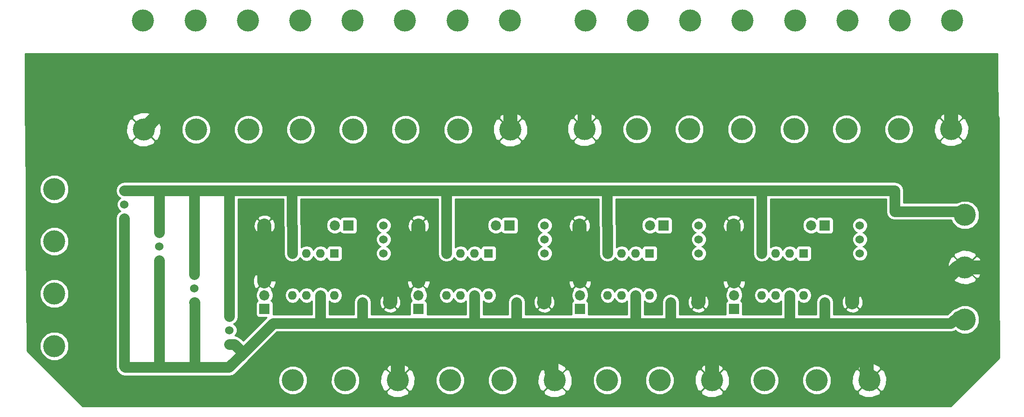
<source format=gbl>
G04 #@! TF.FileFunction,Copper,L2,Bot,Plane*
%FSLAX46Y46*%
G04 Gerber Fmt 4.6, Leading zero omitted, Abs format (unit mm)*
G04 Created by KiCad (PCBNEW 4.0.5) date 01/24/17 10:53:33*
%MOMM*%
%LPD*%
G01*
G04 APERTURE LIST*
%ADD10C,0.100000*%
%ADD11C,4.000000*%
%ADD12R,1.600000X1.600000*%
%ADD13O,1.600000X1.600000*%
%ADD14C,1.600000*%
%ADD15C,1.524000*%
%ADD16R,1.850000X1.850000*%
%ADD17C,1.850000*%
%ADD18C,1.016000*%
%ADD19C,1.905000*%
%ADD20C,2.540000*%
%ADD21C,0.226060*%
G04 APERTURE END LIST*
D10*
D11*
X145667600Y-58724800D03*
X155167600Y-58724800D03*
X164667600Y-58724800D03*
X174167600Y-58724800D03*
X183667600Y-58724800D03*
X193167600Y-58724800D03*
X202667600Y-58724800D03*
X212167600Y-58724800D03*
X65708400Y-58775600D03*
X75208400Y-58775600D03*
X84708400Y-58775600D03*
X94208400Y-58775600D03*
X103708400Y-58775600D03*
X113208400Y-58775600D03*
X122708400Y-58775600D03*
X132208400Y-58775600D03*
X65606800Y-39014400D03*
X75106800Y-39014400D03*
X84606800Y-39014400D03*
X94106800Y-39014400D03*
X103606800Y-39014400D03*
X113106800Y-39014400D03*
X122606800Y-39014400D03*
X132106800Y-39014400D03*
X214630000Y-93320000D03*
X214630000Y-83820000D03*
X214630000Y-74320000D03*
D12*
X100330000Y-81280000D03*
D13*
X92710000Y-88900000D03*
X97790000Y-81280000D03*
X95250000Y-88900000D03*
X95250000Y-81280000D03*
X97790000Y-88900000D03*
X92710000Y-81280000D03*
X100330000Y-88900000D03*
D12*
X128270000Y-81280000D03*
D13*
X120650000Y-88900000D03*
X125730000Y-81280000D03*
X123190000Y-88900000D03*
X123190000Y-81280000D03*
X125730000Y-88900000D03*
X120650000Y-81280000D03*
X128270000Y-88900000D03*
D12*
X157480000Y-81280000D03*
D13*
X149860000Y-88900000D03*
X154940000Y-81280000D03*
X152400000Y-88900000D03*
X152400000Y-81280000D03*
X154940000Y-88900000D03*
X149860000Y-81280000D03*
X157480000Y-88900000D03*
D12*
X185420000Y-81280000D03*
D13*
X177800000Y-88900000D03*
X182880000Y-81280000D03*
X180340000Y-88900000D03*
X180340000Y-81280000D03*
X182880000Y-88900000D03*
X177800000Y-81280000D03*
X185420000Y-88900000D03*
D11*
X92780000Y-104340000D03*
X102280000Y-104340000D03*
X111780000Y-104340000D03*
X121280000Y-104340000D03*
X130780000Y-104340000D03*
X140280000Y-104340000D03*
X149780000Y-104340000D03*
X159280000Y-104340000D03*
X168780000Y-104340000D03*
X178280000Y-104340000D03*
X187780000Y-104340000D03*
X197280000Y-104340000D03*
X49530000Y-69620000D03*
X49530000Y-79120000D03*
X49530000Y-88620000D03*
X49530000Y-98120000D03*
D14*
X105410000Y-90170000D03*
X110410000Y-90170000D03*
X87630000Y-76200000D03*
X92630000Y-76200000D03*
X133350000Y-90170000D03*
X138350000Y-90170000D03*
X115570000Y-76200000D03*
X120570000Y-76200000D03*
X161290000Y-90170000D03*
X166290000Y-90170000D03*
X144780000Y-76200000D03*
X149780000Y-76200000D03*
X189230000Y-90170000D03*
X194230000Y-90170000D03*
X172720000Y-76200000D03*
X177720000Y-76200000D03*
D15*
X109220000Y-78740000D03*
X109220000Y-81280000D03*
X109220000Y-76200000D03*
X138430000Y-78740000D03*
X138430000Y-81280000D03*
X138430000Y-76200000D03*
X166370000Y-78740000D03*
X166370000Y-81280000D03*
X166370000Y-76200000D03*
X195580000Y-78740000D03*
X195580000Y-81280000D03*
X195580000Y-76200000D03*
X81280000Y-95250000D03*
X81280000Y-97790000D03*
X81280000Y-92710000D03*
X74930000Y-87630000D03*
X74930000Y-90170000D03*
X74930000Y-85090000D03*
X68580000Y-80010000D03*
X68580000Y-82550000D03*
X68580000Y-77470000D03*
X62230000Y-72390000D03*
X62230000Y-74930000D03*
X62230000Y-69850000D03*
D16*
X102870000Y-76200000D03*
D17*
X100370000Y-76200000D03*
D16*
X132080000Y-76200000D03*
D17*
X129580000Y-76200000D03*
D16*
X160020000Y-76200000D03*
D17*
X157520000Y-76200000D03*
D16*
X189230000Y-76200000D03*
D17*
X186730000Y-76200000D03*
D11*
X145820000Y-39014400D03*
X155320000Y-39014400D03*
X164820000Y-39014400D03*
X174320000Y-39014400D03*
X183820000Y-39014400D03*
X193320000Y-39014400D03*
X202820000Y-39014400D03*
X212320000Y-39014400D03*
D16*
X87630000Y-91389200D03*
D17*
X87630000Y-88889200D03*
X87630000Y-86389200D03*
D16*
X115570000Y-91389200D03*
D17*
X115570000Y-88889200D03*
X115570000Y-86389200D03*
D16*
X144830800Y-91389200D03*
D17*
X144830800Y-88889200D03*
X144830800Y-86389200D03*
D16*
X172770800Y-91389200D03*
D17*
X172770800Y-88889200D03*
X172770800Y-86389200D03*
D18*
X201930000Y-93980000D03*
X201930000Y-85090000D03*
X201930000Y-73660000D03*
D19*
X75000000Y-102000000D02*
X75000000Y-90240000D01*
X75000000Y-90240000D02*
X74930000Y-90170000D01*
X81280000Y-97790000D02*
X82190000Y-97790000D01*
X82190000Y-97790000D02*
X83800000Y-99400000D01*
X68580000Y-82550000D02*
X68580000Y-102000000D01*
X68580000Y-102000000D02*
X68500000Y-102000000D01*
X98000000Y-93980000D02*
X89220000Y-93980000D01*
X62230000Y-101830000D02*
X62230000Y-74930000D01*
X62400000Y-102000000D02*
X62230000Y-101830000D01*
X81200000Y-102000000D02*
X75000000Y-102000000D01*
X75000000Y-102000000D02*
X74000000Y-102000000D01*
X74000000Y-102000000D02*
X68500000Y-102000000D01*
X68500000Y-102000000D02*
X62400000Y-102000000D01*
X89220000Y-93980000D02*
X83800000Y-99400000D01*
X83800000Y-99400000D02*
X81200000Y-102000000D01*
X214630000Y-93320000D02*
X212750000Y-93320000D01*
X212750000Y-93320000D02*
X212090000Y-93980000D01*
X212090000Y-93980000D02*
X201930000Y-93980000D01*
X189230000Y-90170000D02*
X189230000Y-93980000D01*
X161290000Y-90170000D02*
X161290000Y-93980000D01*
X133350000Y-90170000D02*
X133350000Y-93980000D01*
X105410000Y-90170000D02*
X105410000Y-93980000D01*
X125730000Y-93980000D02*
X105410000Y-93980000D01*
X105410000Y-93980000D02*
X98000000Y-93980000D01*
X98000000Y-93980000D02*
X97790000Y-93980000D01*
X97790000Y-93980000D02*
X97790000Y-88900000D01*
X154940000Y-93980000D02*
X133350000Y-93980000D01*
X133350000Y-93980000D02*
X125730000Y-93980000D01*
X125730000Y-93980000D02*
X125730000Y-88900000D01*
X182880000Y-93980000D02*
X161290000Y-93980000D01*
X161290000Y-93980000D02*
X154940000Y-93980000D01*
X154940000Y-93980000D02*
X154940000Y-88900000D01*
X214630000Y-93320000D02*
X213970000Y-93320000D01*
X213970000Y-93320000D02*
X213360000Y-92710000D01*
X201930000Y-93980000D02*
X201930000Y-93980000D01*
X201930000Y-93980000D02*
X189230000Y-93980000D01*
X189230000Y-93980000D02*
X182880000Y-93980000D01*
X182880000Y-93980000D02*
X182880000Y-88900000D01*
D20*
X212167600Y-58724800D02*
X212167600Y-54281200D01*
X212167600Y-54281200D02*
X210515200Y-52628800D01*
X145667600Y-58724800D02*
X145667600Y-55094000D01*
X145667600Y-55094000D02*
X148132800Y-52628800D01*
X132208400Y-58775600D02*
X132208400Y-54179600D01*
X132208400Y-54179600D02*
X130657600Y-52628800D01*
X219659200Y-83820000D02*
X219659200Y-56845200D01*
X71855200Y-52628800D02*
X65708400Y-58775600D01*
X215442800Y-52628800D02*
X210515200Y-52628800D01*
X210515200Y-52628800D02*
X148132800Y-52628800D01*
X148132800Y-52628800D02*
X130657600Y-52628800D01*
X130657600Y-52628800D02*
X71855200Y-52628800D01*
X219659200Y-56845200D02*
X215442800Y-52628800D01*
X214630000Y-83820000D02*
X219659200Y-83820000D01*
X219659200Y-83820000D02*
X219710000Y-83820000D01*
X172770800Y-86389200D02*
X172770800Y-85140800D01*
X172770800Y-85140800D02*
X172720000Y-85090000D01*
X144830800Y-86389200D02*
X144830800Y-85140800D01*
X144830800Y-85140800D02*
X144780000Y-85090000D01*
X115570000Y-86389200D02*
X115570000Y-85090000D01*
X87630000Y-86389200D02*
X87630000Y-85090000D01*
X115570000Y-76200000D02*
X115570000Y-85090000D01*
X87630000Y-85090000D02*
X87630000Y-76200000D01*
X110490000Y-85090000D02*
X87630000Y-85090000D01*
X110490000Y-85090000D02*
X110490000Y-90090000D01*
X110490000Y-90090000D02*
X110410000Y-90170000D01*
X166370000Y-85090000D02*
X166370000Y-90090000D01*
X166370000Y-90090000D02*
X166290000Y-90170000D01*
X138430000Y-85090000D02*
X138430000Y-90090000D01*
X138430000Y-90090000D02*
X138350000Y-90170000D01*
X115570000Y-85090000D02*
X114300000Y-85090000D01*
X114300000Y-85090000D02*
X110490000Y-85090000D01*
X138430000Y-85090000D02*
X118110000Y-85090000D01*
X118110000Y-85090000D02*
X115570000Y-85090000D01*
X144780000Y-85090000D02*
X144780000Y-76200000D01*
X172720000Y-85090000D02*
X172720000Y-76200000D01*
X194230000Y-85170000D02*
X194230000Y-90170000D01*
X214630000Y-83820000D02*
X213360000Y-83820000D01*
X213360000Y-83820000D02*
X212090000Y-85090000D01*
X212090000Y-85090000D02*
X201930000Y-85090000D01*
X201930000Y-85090000D02*
X200660000Y-85090000D01*
X139700000Y-99060000D02*
X111760000Y-99060000D01*
X111780000Y-99080000D02*
X111780000Y-104340000D01*
X111760000Y-99060000D02*
X111780000Y-99080000D01*
X168910000Y-99060000D02*
X139700000Y-99060000D01*
X139700000Y-99060000D02*
X139700000Y-102870000D01*
X139700000Y-102870000D02*
X140280000Y-104340000D01*
X196850000Y-99060000D02*
X196850000Y-103910000D01*
X196850000Y-103910000D02*
X197280000Y-104340000D01*
X196850000Y-99060000D02*
X168910000Y-99060000D01*
X168780000Y-99190000D02*
X168780000Y-104340000D01*
X168910000Y-99060000D02*
X168780000Y-99190000D01*
X219710000Y-99060000D02*
X196850000Y-99060000D01*
X219710000Y-83820000D02*
X219710000Y-99060000D01*
X144780000Y-85090000D02*
X143510000Y-85090000D01*
X143510000Y-85090000D02*
X138430000Y-85090000D01*
X166370000Y-85090000D02*
X144780000Y-85090000D01*
X172720000Y-85090000D02*
X171450000Y-85090000D01*
X171450000Y-85090000D02*
X166370000Y-85090000D01*
X194310000Y-85090000D02*
X172720000Y-85090000D01*
X200660000Y-85090000D02*
X194310000Y-85090000D01*
X194310000Y-85090000D02*
X194230000Y-85170000D01*
D19*
X74930000Y-85090000D02*
X74930000Y-69850000D01*
X75000000Y-69900000D02*
X75000000Y-69850000D01*
X74980000Y-69900000D02*
X75000000Y-69900000D01*
X74930000Y-69850000D02*
X74980000Y-69900000D01*
X81280000Y-92710000D02*
X81280000Y-69850000D01*
X81280000Y-69850000D02*
X81200000Y-69850000D01*
X68580000Y-77470000D02*
X68580000Y-69850000D01*
X68500000Y-69900000D02*
X68500000Y-69850000D01*
X68550000Y-69900000D02*
X68500000Y-69900000D01*
X68600000Y-69850000D02*
X68550000Y-69900000D01*
X68580000Y-69850000D02*
X68600000Y-69850000D01*
X82550000Y-69850000D02*
X81200000Y-69850000D01*
X81200000Y-69850000D02*
X75000000Y-69850000D01*
X75000000Y-69850000D02*
X68500000Y-69850000D01*
X68500000Y-69850000D02*
X62230000Y-69850000D01*
X92630000Y-76200000D02*
X92630000Y-69850000D01*
X92630000Y-69850000D02*
X92710000Y-69850000D01*
X92710000Y-81280000D02*
X92710000Y-76280000D01*
X92710000Y-76280000D02*
X92630000Y-76200000D01*
X120650000Y-81280000D02*
X120650000Y-76280000D01*
X120650000Y-76280000D02*
X120650000Y-69850000D01*
X149860000Y-81280000D02*
X149860000Y-76280000D01*
X149860000Y-76280000D02*
X149780000Y-76200000D01*
X149780000Y-76200000D02*
X149780000Y-69930000D01*
X149780000Y-69930000D02*
X149860000Y-69850000D01*
X177800000Y-69850000D02*
X201930000Y-69850000D01*
X201930000Y-73660000D02*
X213360000Y-73660000D01*
X201930000Y-69850000D02*
X201930000Y-73660000D01*
X213360000Y-73660000D02*
X214020000Y-74320000D01*
X214020000Y-74320000D02*
X214630000Y-74320000D01*
X92710000Y-69850000D02*
X83820000Y-69850000D01*
X83820000Y-69850000D02*
X82550000Y-69850000D01*
X177800000Y-81280000D02*
X177800000Y-76280000D01*
X177800000Y-76280000D02*
X177800000Y-69850000D01*
X213970000Y-73660000D02*
X214630000Y-74320000D01*
X177800000Y-69850000D02*
X157480000Y-69850000D01*
X157480000Y-69850000D02*
X149860000Y-69850000D01*
X149860000Y-69850000D02*
X137160000Y-69850000D01*
X137160000Y-69850000D02*
X120650000Y-69850000D01*
X120650000Y-69850000D02*
X113030000Y-69850000D01*
X113030000Y-69850000D02*
X92710000Y-69850000D01*
D21*
G36*
X220866669Y-100283483D02*
X212043182Y-109106970D01*
X54656818Y-109106970D01*
X50408916Y-104859068D01*
X90158516Y-104859068D01*
X90556703Y-105822755D01*
X91293367Y-106560705D01*
X92256358Y-106960574D01*
X93299068Y-106961484D01*
X94262755Y-106563297D01*
X95000705Y-105826633D01*
X95400574Y-104863642D01*
X95400577Y-104859068D01*
X99658516Y-104859068D01*
X100056703Y-105822755D01*
X100793367Y-106560705D01*
X101756358Y-106960574D01*
X102799068Y-106961484D01*
X103762755Y-106563297D01*
X103929124Y-106397217D01*
X109724579Y-106397217D01*
X109905798Y-106921778D01*
X111036467Y-107442478D01*
X112280332Y-107490854D01*
X113448026Y-107059540D01*
X113654202Y-106921778D01*
X113835421Y-106397217D01*
X111780000Y-104341796D01*
X109724579Y-106397217D01*
X103929124Y-106397217D01*
X104500705Y-105826633D01*
X104900574Y-104863642D01*
X104900594Y-104840332D01*
X108629146Y-104840332D01*
X109060460Y-106008026D01*
X109198222Y-106214202D01*
X109722783Y-106395421D01*
X111778204Y-104340000D01*
X111781796Y-104340000D01*
X113837217Y-106395421D01*
X114361778Y-106214202D01*
X114882478Y-105083533D01*
X114891207Y-104859068D01*
X118658516Y-104859068D01*
X119056703Y-105822755D01*
X119793367Y-106560705D01*
X120756358Y-106960574D01*
X121799068Y-106961484D01*
X122762755Y-106563297D01*
X123500705Y-105826633D01*
X123900574Y-104863642D01*
X123900577Y-104859068D01*
X128158516Y-104859068D01*
X128556703Y-105822755D01*
X129293367Y-106560705D01*
X130256358Y-106960574D01*
X131299068Y-106961484D01*
X132262755Y-106563297D01*
X132429124Y-106397217D01*
X138224579Y-106397217D01*
X138405798Y-106921778D01*
X139536467Y-107442478D01*
X140780332Y-107490854D01*
X141948026Y-107059540D01*
X142154202Y-106921778D01*
X142335421Y-106397217D01*
X140280000Y-104341796D01*
X138224579Y-106397217D01*
X132429124Y-106397217D01*
X133000705Y-105826633D01*
X133400574Y-104863642D01*
X133400594Y-104840332D01*
X137129146Y-104840332D01*
X137560460Y-106008026D01*
X137698222Y-106214202D01*
X138222783Y-106395421D01*
X140278204Y-104340000D01*
X140281796Y-104340000D01*
X142337217Y-106395421D01*
X142861778Y-106214202D01*
X143382478Y-105083533D01*
X143391207Y-104859068D01*
X147158516Y-104859068D01*
X147556703Y-105822755D01*
X148293367Y-106560705D01*
X149256358Y-106960574D01*
X150299068Y-106961484D01*
X151262755Y-106563297D01*
X152000705Y-105826633D01*
X152400574Y-104863642D01*
X152400577Y-104859068D01*
X156658516Y-104859068D01*
X157056703Y-105822755D01*
X157793367Y-106560705D01*
X158756358Y-106960574D01*
X159799068Y-106961484D01*
X160762755Y-106563297D01*
X160929124Y-106397217D01*
X166724579Y-106397217D01*
X166905798Y-106921778D01*
X168036467Y-107442478D01*
X169280332Y-107490854D01*
X170448026Y-107059540D01*
X170654202Y-106921778D01*
X170835421Y-106397217D01*
X168780000Y-104341796D01*
X166724579Y-106397217D01*
X160929124Y-106397217D01*
X161500705Y-105826633D01*
X161900574Y-104863642D01*
X161900594Y-104840332D01*
X165629146Y-104840332D01*
X166060460Y-106008026D01*
X166198222Y-106214202D01*
X166722783Y-106395421D01*
X168778204Y-104340000D01*
X168781796Y-104340000D01*
X170837217Y-106395421D01*
X171361778Y-106214202D01*
X171882478Y-105083533D01*
X171891207Y-104859068D01*
X175658516Y-104859068D01*
X176056703Y-105822755D01*
X176793367Y-106560705D01*
X177756358Y-106960574D01*
X178799068Y-106961484D01*
X179762755Y-106563297D01*
X180500705Y-105826633D01*
X180900574Y-104863642D01*
X180900577Y-104859068D01*
X185158516Y-104859068D01*
X185556703Y-105822755D01*
X186293367Y-106560705D01*
X187256358Y-106960574D01*
X188299068Y-106961484D01*
X189262755Y-106563297D01*
X189429124Y-106397217D01*
X195224579Y-106397217D01*
X195405798Y-106921778D01*
X196536467Y-107442478D01*
X197780332Y-107490854D01*
X198948026Y-107059540D01*
X199154202Y-106921778D01*
X199335421Y-106397217D01*
X197280000Y-104341796D01*
X195224579Y-106397217D01*
X189429124Y-106397217D01*
X190000705Y-105826633D01*
X190400574Y-104863642D01*
X190400594Y-104840332D01*
X194129146Y-104840332D01*
X194560460Y-106008026D01*
X194698222Y-106214202D01*
X195222783Y-106395421D01*
X197278204Y-104340000D01*
X197281796Y-104340000D01*
X199337217Y-106395421D01*
X199861778Y-106214202D01*
X200382478Y-105083533D01*
X200430854Y-103839668D01*
X199999540Y-102671974D01*
X199861778Y-102465798D01*
X199337217Y-102284579D01*
X197281796Y-104340000D01*
X197278204Y-104340000D01*
X195222783Y-102284579D01*
X194698222Y-102465798D01*
X194177522Y-103596467D01*
X194129146Y-104840332D01*
X190400594Y-104840332D01*
X190401484Y-103820932D01*
X190003297Y-102857245D01*
X189429837Y-102282783D01*
X195224579Y-102282783D01*
X197280000Y-104338204D01*
X199335421Y-102282783D01*
X199154202Y-101758222D01*
X198023533Y-101237522D01*
X196779668Y-101189146D01*
X195611974Y-101620460D01*
X195405798Y-101758222D01*
X195224579Y-102282783D01*
X189429837Y-102282783D01*
X189266633Y-102119295D01*
X188303642Y-101719426D01*
X187260932Y-101718516D01*
X186297245Y-102116703D01*
X185559295Y-102853367D01*
X185159426Y-103816358D01*
X185158516Y-104859068D01*
X180900577Y-104859068D01*
X180901484Y-103820932D01*
X180503297Y-102857245D01*
X179766633Y-102119295D01*
X178803642Y-101719426D01*
X177760932Y-101718516D01*
X176797245Y-102116703D01*
X176059295Y-102853367D01*
X175659426Y-103816358D01*
X175658516Y-104859068D01*
X171891207Y-104859068D01*
X171930854Y-103839668D01*
X171499540Y-102671974D01*
X171361778Y-102465798D01*
X170837217Y-102284579D01*
X168781796Y-104340000D01*
X168778204Y-104340000D01*
X166722783Y-102284579D01*
X166198222Y-102465798D01*
X165677522Y-103596467D01*
X165629146Y-104840332D01*
X161900594Y-104840332D01*
X161901484Y-103820932D01*
X161503297Y-102857245D01*
X160929837Y-102282783D01*
X166724579Y-102282783D01*
X168780000Y-104338204D01*
X170835421Y-102282783D01*
X170654202Y-101758222D01*
X169523533Y-101237522D01*
X168279668Y-101189146D01*
X167111974Y-101620460D01*
X166905798Y-101758222D01*
X166724579Y-102282783D01*
X160929837Y-102282783D01*
X160766633Y-102119295D01*
X159803642Y-101719426D01*
X158760932Y-101718516D01*
X157797245Y-102116703D01*
X157059295Y-102853367D01*
X156659426Y-103816358D01*
X156658516Y-104859068D01*
X152400577Y-104859068D01*
X152401484Y-103820932D01*
X152003297Y-102857245D01*
X151266633Y-102119295D01*
X150303642Y-101719426D01*
X149260932Y-101718516D01*
X148297245Y-102116703D01*
X147559295Y-102853367D01*
X147159426Y-103816358D01*
X147158516Y-104859068D01*
X143391207Y-104859068D01*
X143430854Y-103839668D01*
X142999540Y-102671974D01*
X142861778Y-102465798D01*
X142337217Y-102284579D01*
X140281796Y-104340000D01*
X140278204Y-104340000D01*
X138222783Y-102284579D01*
X137698222Y-102465798D01*
X137177522Y-103596467D01*
X137129146Y-104840332D01*
X133400594Y-104840332D01*
X133401484Y-103820932D01*
X133003297Y-102857245D01*
X132429837Y-102282783D01*
X138224579Y-102282783D01*
X140280000Y-104338204D01*
X142335421Y-102282783D01*
X142154202Y-101758222D01*
X141023533Y-101237522D01*
X139779668Y-101189146D01*
X138611974Y-101620460D01*
X138405798Y-101758222D01*
X138224579Y-102282783D01*
X132429837Y-102282783D01*
X132266633Y-102119295D01*
X131303642Y-101719426D01*
X130260932Y-101718516D01*
X129297245Y-102116703D01*
X128559295Y-102853367D01*
X128159426Y-103816358D01*
X128158516Y-104859068D01*
X123900577Y-104859068D01*
X123901484Y-103820932D01*
X123503297Y-102857245D01*
X122766633Y-102119295D01*
X121803642Y-101719426D01*
X120760932Y-101718516D01*
X119797245Y-102116703D01*
X119059295Y-102853367D01*
X118659426Y-103816358D01*
X118658516Y-104859068D01*
X114891207Y-104859068D01*
X114930854Y-103839668D01*
X114499540Y-102671974D01*
X114361778Y-102465798D01*
X113837217Y-102284579D01*
X111781796Y-104340000D01*
X111778204Y-104340000D01*
X109722783Y-102284579D01*
X109198222Y-102465798D01*
X108677522Y-103596467D01*
X108629146Y-104840332D01*
X104900594Y-104840332D01*
X104901484Y-103820932D01*
X104503297Y-102857245D01*
X103929837Y-102282783D01*
X109724579Y-102282783D01*
X111780000Y-104338204D01*
X113835421Y-102282783D01*
X113654202Y-101758222D01*
X112523533Y-101237522D01*
X111279668Y-101189146D01*
X110111974Y-101620460D01*
X109905798Y-101758222D01*
X109724579Y-102282783D01*
X103929837Y-102282783D01*
X103766633Y-102119295D01*
X102803642Y-101719426D01*
X101760932Y-101718516D01*
X100797245Y-102116703D01*
X100059295Y-102853367D01*
X99659426Y-103816358D01*
X99658516Y-104859068D01*
X95400577Y-104859068D01*
X95401484Y-103820932D01*
X95003297Y-102857245D01*
X94266633Y-102119295D01*
X93303642Y-101719426D01*
X92260932Y-101718516D01*
X91297245Y-102116703D01*
X90559295Y-102853367D01*
X90159426Y-103816358D01*
X90158516Y-104859068D01*
X50408916Y-104859068D01*
X44562724Y-99012876D01*
X44560272Y-98639068D01*
X46908516Y-98639068D01*
X47306703Y-99602755D01*
X48043367Y-100340705D01*
X49006358Y-100740574D01*
X50049068Y-100741484D01*
X51012755Y-100343297D01*
X51750705Y-99606633D01*
X52150574Y-98643642D01*
X52151484Y-97600932D01*
X51753297Y-96637245D01*
X51016633Y-95899295D01*
X50053642Y-95499426D01*
X49010932Y-95498516D01*
X48047245Y-95896703D01*
X47309295Y-96633367D01*
X46909426Y-97596358D01*
X46908516Y-98639068D01*
X44560272Y-98639068D01*
X44497948Y-89139068D01*
X46908516Y-89139068D01*
X47306703Y-90102755D01*
X48043367Y-90840705D01*
X49006358Y-91240574D01*
X50049068Y-91241484D01*
X51012755Y-90843297D01*
X51750705Y-90106633D01*
X52150574Y-89143642D01*
X52151484Y-88100932D01*
X51753297Y-87137245D01*
X51016633Y-86399295D01*
X50053642Y-85999426D01*
X49010932Y-85998516D01*
X48047245Y-86396703D01*
X47309295Y-87133367D01*
X46909426Y-88096358D01*
X46908516Y-89139068D01*
X44497948Y-89139068D01*
X44435624Y-79639068D01*
X46908516Y-79639068D01*
X47306703Y-80602755D01*
X48043367Y-81340705D01*
X49006358Y-81740574D01*
X50049068Y-81741484D01*
X51012755Y-81343297D01*
X51750705Y-80606633D01*
X52150574Y-79643642D01*
X52151484Y-78600932D01*
X51753297Y-77637245D01*
X51016633Y-76899295D01*
X50053642Y-76499426D01*
X49010932Y-76498516D01*
X48047245Y-76896703D01*
X47309295Y-77633367D01*
X46909426Y-78596358D01*
X46908516Y-79639068D01*
X44435624Y-79639068D01*
X44373300Y-70139068D01*
X46908516Y-70139068D01*
X47306703Y-71102755D01*
X48043367Y-71840705D01*
X49006358Y-72240574D01*
X50049068Y-72241484D01*
X51012755Y-71843297D01*
X51750705Y-71106633D01*
X52150574Y-70143642D01*
X52150830Y-69850000D01*
X60656470Y-69850000D01*
X60776248Y-70452164D01*
X61117346Y-70962654D01*
X61478597Y-71204034D01*
X61447600Y-71216841D01*
X61058208Y-71605554D01*
X60847211Y-72113691D01*
X60846731Y-72663895D01*
X61056841Y-73172400D01*
X61445554Y-73561792D01*
X61479016Y-73575686D01*
X61117346Y-73817346D01*
X60776248Y-74327836D01*
X60656470Y-74930000D01*
X60656470Y-101830000D01*
X60776248Y-102432164D01*
X61117346Y-102942654D01*
X61287346Y-103112654D01*
X61797836Y-103453752D01*
X62400000Y-103573530D01*
X81200000Y-103573530D01*
X81802164Y-103453752D01*
X82312654Y-103112654D01*
X84912654Y-100512654D01*
X89871777Y-95553530D01*
X212090000Y-95553530D01*
X212692164Y-95433752D01*
X212898783Y-95295694D01*
X213143367Y-95540705D01*
X214106358Y-95940574D01*
X215149068Y-95941484D01*
X216112755Y-95543297D01*
X216850705Y-94806633D01*
X217250574Y-93843642D01*
X217251484Y-92800932D01*
X216853297Y-91837245D01*
X216116633Y-91099295D01*
X215153642Y-90699426D01*
X214110932Y-90698516D01*
X213147245Y-91096703D01*
X213044553Y-91199216D01*
X212757836Y-91256248D01*
X212247346Y-91597346D01*
X212003014Y-91963014D01*
X211637346Y-92207346D01*
X211438222Y-92406470D01*
X190803530Y-92406470D01*
X190803530Y-91362065D01*
X193039731Y-91362065D01*
X193074959Y-91761938D01*
X193772090Y-92082774D01*
X194538933Y-92112407D01*
X195258744Y-91846327D01*
X195385041Y-91761938D01*
X195420269Y-91362065D01*
X194230000Y-90171796D01*
X193039731Y-91362065D01*
X190803530Y-91362065D01*
X190803530Y-90478933D01*
X192287593Y-90478933D01*
X192553673Y-91198744D01*
X192638062Y-91325041D01*
X193037935Y-91360269D01*
X194228204Y-90170000D01*
X194231796Y-90170000D01*
X195422065Y-91360269D01*
X195821938Y-91325041D01*
X196142774Y-90627910D01*
X196172407Y-89861067D01*
X195906327Y-89141256D01*
X195821938Y-89014959D01*
X195422065Y-88979731D01*
X194231796Y-90170000D01*
X194228204Y-90170000D01*
X193037935Y-88979731D01*
X192638062Y-89014959D01*
X192317226Y-89712090D01*
X192287593Y-90478933D01*
X190803530Y-90478933D01*
X190803530Y-90170000D01*
X190683752Y-89567836D01*
X190342654Y-89057346D01*
X190223807Y-88977935D01*
X193039731Y-88977935D01*
X194230000Y-90168204D01*
X195420269Y-88977935D01*
X195385041Y-88578062D01*
X194687910Y-88257226D01*
X193921067Y-88227593D01*
X193201256Y-88493673D01*
X193074959Y-88578062D01*
X193039731Y-88977935D01*
X190223807Y-88977935D01*
X189832164Y-88716248D01*
X189230000Y-88596470D01*
X188627836Y-88716248D01*
X188117346Y-89057346D01*
X187776248Y-89567836D01*
X187656470Y-90170000D01*
X187656470Y-92406470D01*
X184453530Y-92406470D01*
X184453530Y-89958285D01*
X184876195Y-90240701D01*
X185420000Y-90348870D01*
X185963805Y-90240701D01*
X186424820Y-89932660D01*
X186732861Y-89471645D01*
X186841030Y-88927840D01*
X186841030Y-88872160D01*
X186732861Y-88328355D01*
X186424820Y-87867340D01*
X185963805Y-87559299D01*
X185420000Y-87451130D01*
X184876195Y-87559299D01*
X184415180Y-87867340D01*
X184230642Y-88143520D01*
X183992654Y-87787346D01*
X183482164Y-87446248D01*
X182880000Y-87326470D01*
X182277836Y-87446248D01*
X181767346Y-87787346D01*
X181529358Y-88143520D01*
X181344820Y-87867340D01*
X180883805Y-87559299D01*
X180340000Y-87451130D01*
X179796195Y-87559299D01*
X179335180Y-87867340D01*
X179070000Y-88264209D01*
X178804820Y-87867340D01*
X178343805Y-87559299D01*
X177800000Y-87451130D01*
X177256195Y-87559299D01*
X176795180Y-87867340D01*
X176487139Y-88328355D01*
X176378970Y-88872160D01*
X176378970Y-88927840D01*
X176487139Y-89471645D01*
X176795180Y-89932660D01*
X177256195Y-90240701D01*
X177800000Y-90348870D01*
X178343805Y-90240701D01*
X178804820Y-89932660D01*
X179070000Y-89535791D01*
X179335180Y-89932660D01*
X179796195Y-90240701D01*
X180340000Y-90348870D01*
X180883805Y-90240701D01*
X181306470Y-89958285D01*
X181306470Y-92406470D01*
X174310311Y-92406470D01*
X174328996Y-92314200D01*
X174328996Y-90464200D01*
X174285692Y-90234060D01*
X174149680Y-90022691D01*
X173956133Y-89890446D01*
X174080697Y-89766099D01*
X174316562Y-89198074D01*
X174317098Y-88583025D01*
X174082225Y-88014588D01*
X174017219Y-87949468D01*
X174051189Y-87671385D01*
X172770800Y-86390996D01*
X171490411Y-87671385D01*
X171524323Y-87948991D01*
X171460903Y-88012301D01*
X171225038Y-88580326D01*
X171224502Y-89195375D01*
X171459375Y-89763812D01*
X171587663Y-89892324D01*
X171404291Y-90010320D01*
X171262491Y-90217851D01*
X171212604Y-90464200D01*
X171212604Y-92314200D01*
X171229966Y-92406470D01*
X162863530Y-92406470D01*
X162863530Y-91362065D01*
X165099731Y-91362065D01*
X165134959Y-91761938D01*
X165832090Y-92082774D01*
X166598933Y-92112407D01*
X167318744Y-91846327D01*
X167445041Y-91761938D01*
X167480269Y-91362065D01*
X166290000Y-90171796D01*
X165099731Y-91362065D01*
X162863530Y-91362065D01*
X162863530Y-90478933D01*
X164347593Y-90478933D01*
X164613673Y-91198744D01*
X164698062Y-91325041D01*
X165097935Y-91360269D01*
X166288204Y-90170000D01*
X166291796Y-90170000D01*
X167482065Y-91360269D01*
X167881938Y-91325041D01*
X168202774Y-90627910D01*
X168232407Y-89861067D01*
X167966327Y-89141256D01*
X167881938Y-89014959D01*
X167482065Y-88979731D01*
X166291796Y-90170000D01*
X166288204Y-90170000D01*
X165097935Y-88979731D01*
X164698062Y-89014959D01*
X164377226Y-89712090D01*
X164347593Y-90478933D01*
X162863530Y-90478933D01*
X162863530Y-90170000D01*
X162743752Y-89567836D01*
X162402654Y-89057346D01*
X162283807Y-88977935D01*
X165099731Y-88977935D01*
X166290000Y-90168204D01*
X167480269Y-88977935D01*
X167445041Y-88578062D01*
X166747910Y-88257226D01*
X165981067Y-88227593D01*
X165261256Y-88493673D01*
X165134959Y-88578062D01*
X165099731Y-88977935D01*
X162283807Y-88977935D01*
X161892164Y-88716248D01*
X161290000Y-88596470D01*
X160687836Y-88716248D01*
X160177346Y-89057346D01*
X159836248Y-89567836D01*
X159716470Y-90170000D01*
X159716470Y-92406470D01*
X156513530Y-92406470D01*
X156513530Y-89958285D01*
X156936195Y-90240701D01*
X157480000Y-90348870D01*
X158023805Y-90240701D01*
X158484820Y-89932660D01*
X158792861Y-89471645D01*
X158901030Y-88927840D01*
X158901030Y-88872160D01*
X158792861Y-88328355D01*
X158484820Y-87867340D01*
X158023805Y-87559299D01*
X157480000Y-87451130D01*
X156936195Y-87559299D01*
X156475180Y-87867340D01*
X156290642Y-88143520D01*
X156052654Y-87787346D01*
X155542164Y-87446248D01*
X154940000Y-87326470D01*
X154337836Y-87446248D01*
X153827346Y-87787346D01*
X153589358Y-88143520D01*
X153404820Y-87867340D01*
X152943805Y-87559299D01*
X152400000Y-87451130D01*
X151856195Y-87559299D01*
X151395180Y-87867340D01*
X151130000Y-88264209D01*
X150864820Y-87867340D01*
X150403805Y-87559299D01*
X149860000Y-87451130D01*
X149316195Y-87559299D01*
X148855180Y-87867340D01*
X148547139Y-88328355D01*
X148438970Y-88872160D01*
X148438970Y-88927840D01*
X148547139Y-89471645D01*
X148855180Y-89932660D01*
X149316195Y-90240701D01*
X149860000Y-90348870D01*
X150403805Y-90240701D01*
X150864820Y-89932660D01*
X151130000Y-89535791D01*
X151395180Y-89932660D01*
X151856195Y-90240701D01*
X152400000Y-90348870D01*
X152943805Y-90240701D01*
X153366470Y-89958285D01*
X153366470Y-92406470D01*
X146370311Y-92406470D01*
X146388996Y-92314200D01*
X146388996Y-90464200D01*
X146345692Y-90234060D01*
X146209680Y-90022691D01*
X146016133Y-89890446D01*
X146140697Y-89766099D01*
X146376562Y-89198074D01*
X146377098Y-88583025D01*
X146142225Y-88014588D01*
X146077219Y-87949468D01*
X146111189Y-87671385D01*
X144830800Y-86390996D01*
X143550411Y-87671385D01*
X143584323Y-87948991D01*
X143520903Y-88012301D01*
X143285038Y-88580326D01*
X143284502Y-89195375D01*
X143519375Y-89763812D01*
X143647663Y-89892324D01*
X143464291Y-90010320D01*
X143322491Y-90217851D01*
X143272604Y-90464200D01*
X143272604Y-92314200D01*
X143289966Y-92406470D01*
X134923530Y-92406470D01*
X134923530Y-91362065D01*
X137159731Y-91362065D01*
X137194959Y-91761938D01*
X137892090Y-92082774D01*
X138658933Y-92112407D01*
X139378744Y-91846327D01*
X139505041Y-91761938D01*
X139540269Y-91362065D01*
X138350000Y-90171796D01*
X137159731Y-91362065D01*
X134923530Y-91362065D01*
X134923530Y-90478933D01*
X136407593Y-90478933D01*
X136673673Y-91198744D01*
X136758062Y-91325041D01*
X137157935Y-91360269D01*
X138348204Y-90170000D01*
X138351796Y-90170000D01*
X139542065Y-91360269D01*
X139941938Y-91325041D01*
X140262774Y-90627910D01*
X140292407Y-89861067D01*
X140026327Y-89141256D01*
X139941938Y-89014959D01*
X139542065Y-88979731D01*
X138351796Y-90170000D01*
X138348204Y-90170000D01*
X137157935Y-88979731D01*
X136758062Y-89014959D01*
X136437226Y-89712090D01*
X136407593Y-90478933D01*
X134923530Y-90478933D01*
X134923530Y-90170000D01*
X134803752Y-89567836D01*
X134462654Y-89057346D01*
X134343807Y-88977935D01*
X137159731Y-88977935D01*
X138350000Y-90168204D01*
X139540269Y-88977935D01*
X139505041Y-88578062D01*
X138807910Y-88257226D01*
X138041067Y-88227593D01*
X137321256Y-88493673D01*
X137194959Y-88578062D01*
X137159731Y-88977935D01*
X134343807Y-88977935D01*
X133952164Y-88716248D01*
X133350000Y-88596470D01*
X132747836Y-88716248D01*
X132237346Y-89057346D01*
X131896248Y-89567836D01*
X131776470Y-90170000D01*
X131776470Y-92406470D01*
X127303530Y-92406470D01*
X127303530Y-89958285D01*
X127726195Y-90240701D01*
X128270000Y-90348870D01*
X128813805Y-90240701D01*
X129274820Y-89932660D01*
X129582861Y-89471645D01*
X129691030Y-88927840D01*
X129691030Y-88872160D01*
X129582861Y-88328355D01*
X129274820Y-87867340D01*
X128813805Y-87559299D01*
X128270000Y-87451130D01*
X127726195Y-87559299D01*
X127265180Y-87867340D01*
X127080642Y-88143520D01*
X126842654Y-87787346D01*
X126332164Y-87446248D01*
X125730000Y-87326470D01*
X125127836Y-87446248D01*
X124617346Y-87787346D01*
X124379358Y-88143520D01*
X124194820Y-87867340D01*
X123733805Y-87559299D01*
X123190000Y-87451130D01*
X122646195Y-87559299D01*
X122185180Y-87867340D01*
X121920000Y-88264209D01*
X121654820Y-87867340D01*
X121193805Y-87559299D01*
X120650000Y-87451130D01*
X120106195Y-87559299D01*
X119645180Y-87867340D01*
X119337139Y-88328355D01*
X119228970Y-88872160D01*
X119228970Y-88927840D01*
X119337139Y-89471645D01*
X119645180Y-89932660D01*
X120106195Y-90240701D01*
X120650000Y-90348870D01*
X121193805Y-90240701D01*
X121654820Y-89932660D01*
X121920000Y-89535791D01*
X122185180Y-89932660D01*
X122646195Y-90240701D01*
X123190000Y-90348870D01*
X123733805Y-90240701D01*
X124156470Y-89958285D01*
X124156470Y-92406470D01*
X117109511Y-92406470D01*
X117128196Y-92314200D01*
X117128196Y-90464200D01*
X117084892Y-90234060D01*
X116948880Y-90022691D01*
X116755333Y-89890446D01*
X116879897Y-89766099D01*
X117115762Y-89198074D01*
X117116298Y-88583025D01*
X116881425Y-88014588D01*
X116816419Y-87949468D01*
X116850389Y-87671385D01*
X115570000Y-86390996D01*
X114289611Y-87671385D01*
X114323523Y-87948991D01*
X114260103Y-88012301D01*
X114024238Y-88580326D01*
X114023702Y-89195375D01*
X114258575Y-89763812D01*
X114386863Y-89892324D01*
X114203491Y-90010320D01*
X114061691Y-90217851D01*
X114011804Y-90464200D01*
X114011804Y-92314200D01*
X114029166Y-92406470D01*
X106983530Y-92406470D01*
X106983530Y-91362065D01*
X109219731Y-91362065D01*
X109254959Y-91761938D01*
X109952090Y-92082774D01*
X110718933Y-92112407D01*
X111438744Y-91846327D01*
X111565041Y-91761938D01*
X111600269Y-91362065D01*
X110410000Y-90171796D01*
X109219731Y-91362065D01*
X106983530Y-91362065D01*
X106983530Y-90478933D01*
X108467593Y-90478933D01*
X108733673Y-91198744D01*
X108818062Y-91325041D01*
X109217935Y-91360269D01*
X110408204Y-90170000D01*
X110411796Y-90170000D01*
X111602065Y-91360269D01*
X112001938Y-91325041D01*
X112322774Y-90627910D01*
X112352407Y-89861067D01*
X112086327Y-89141256D01*
X112001938Y-89014959D01*
X111602065Y-88979731D01*
X110411796Y-90170000D01*
X110408204Y-90170000D01*
X109217935Y-88979731D01*
X108818062Y-89014959D01*
X108497226Y-89712090D01*
X108467593Y-90478933D01*
X106983530Y-90478933D01*
X106983530Y-90170000D01*
X106863752Y-89567836D01*
X106522654Y-89057346D01*
X106403807Y-88977935D01*
X109219731Y-88977935D01*
X110410000Y-90168204D01*
X111600269Y-88977935D01*
X111565041Y-88578062D01*
X110867910Y-88257226D01*
X110101067Y-88227593D01*
X109381256Y-88493673D01*
X109254959Y-88578062D01*
X109219731Y-88977935D01*
X106403807Y-88977935D01*
X106012164Y-88716248D01*
X105410000Y-88596470D01*
X104807836Y-88716248D01*
X104297346Y-89057346D01*
X103956248Y-89567836D01*
X103836470Y-90170000D01*
X103836470Y-92406470D01*
X99363530Y-92406470D01*
X99363530Y-89958285D01*
X99786195Y-90240701D01*
X100330000Y-90348870D01*
X100873805Y-90240701D01*
X101334820Y-89932660D01*
X101642861Y-89471645D01*
X101751030Y-88927840D01*
X101751030Y-88872160D01*
X101642861Y-88328355D01*
X101334820Y-87867340D01*
X100873805Y-87559299D01*
X100330000Y-87451130D01*
X99786195Y-87559299D01*
X99325180Y-87867340D01*
X99140642Y-88143520D01*
X98902654Y-87787346D01*
X98392164Y-87446248D01*
X97790000Y-87326470D01*
X97187836Y-87446248D01*
X96677346Y-87787346D01*
X96439358Y-88143520D01*
X96254820Y-87867340D01*
X95793805Y-87559299D01*
X95250000Y-87451130D01*
X94706195Y-87559299D01*
X94245180Y-87867340D01*
X93980000Y-88264209D01*
X93714820Y-87867340D01*
X93253805Y-87559299D01*
X92710000Y-87451130D01*
X92166195Y-87559299D01*
X91705180Y-87867340D01*
X91397139Y-88328355D01*
X91288970Y-88872160D01*
X91288970Y-88927840D01*
X91397139Y-89471645D01*
X91705180Y-89932660D01*
X92166195Y-90240701D01*
X92710000Y-90348870D01*
X93253805Y-90240701D01*
X93714820Y-89932660D01*
X93980000Y-89535791D01*
X94245180Y-89932660D01*
X94706195Y-90240701D01*
X95250000Y-90348870D01*
X95793805Y-90240701D01*
X96216470Y-89958285D01*
X96216470Y-92406470D01*
X89220005Y-92406470D01*
X89220000Y-92406469D01*
X89167392Y-92416934D01*
X89188196Y-92314200D01*
X89188196Y-90464200D01*
X89144892Y-90234060D01*
X89008880Y-90022691D01*
X88815333Y-89890446D01*
X88939897Y-89766099D01*
X89175762Y-89198074D01*
X89176298Y-88583025D01*
X88941425Y-88014588D01*
X88876419Y-87949468D01*
X88910389Y-87671385D01*
X87630000Y-86390996D01*
X86349611Y-87671385D01*
X86383523Y-87948991D01*
X86320103Y-88012301D01*
X86084238Y-88580326D01*
X86083702Y-89195375D01*
X86318575Y-89763812D01*
X86446863Y-89892324D01*
X86263491Y-90010320D01*
X86121691Y-90217851D01*
X86071804Y-90464200D01*
X86071804Y-92314200D01*
X86115108Y-92544340D01*
X86251120Y-92755709D01*
X86458651Y-92897509D01*
X86705000Y-92947396D01*
X88027297Y-92947396D01*
X83800000Y-97174692D01*
X83302654Y-96677346D01*
X82792164Y-96336248D01*
X82256249Y-96229648D01*
X82451792Y-96034446D01*
X82662789Y-95526309D01*
X82663269Y-94976105D01*
X82453159Y-94467600D01*
X82064446Y-94078208D01*
X82030984Y-94064314D01*
X82392654Y-93822654D01*
X82733752Y-93312164D01*
X82853530Y-92710000D01*
X82853530Y-86718071D01*
X85561713Y-86718071D01*
X85845005Y-87484537D01*
X85934953Y-87619154D01*
X86347815Y-87669589D01*
X87628204Y-86389200D01*
X87631796Y-86389200D01*
X88912185Y-87669589D01*
X89325047Y-87619154D01*
X89666702Y-86876862D01*
X89672844Y-86718071D01*
X113501713Y-86718071D01*
X113785005Y-87484537D01*
X113874953Y-87619154D01*
X114287815Y-87669589D01*
X115568204Y-86389200D01*
X115571796Y-86389200D01*
X116852185Y-87669589D01*
X117265047Y-87619154D01*
X117606702Y-86876862D01*
X117612844Y-86718071D01*
X142762513Y-86718071D01*
X143045805Y-87484537D01*
X143135753Y-87619154D01*
X143548615Y-87669589D01*
X144829004Y-86389200D01*
X144832596Y-86389200D01*
X146112985Y-87669589D01*
X146525847Y-87619154D01*
X146867502Y-86876862D01*
X146873644Y-86718071D01*
X170702513Y-86718071D01*
X170985805Y-87484537D01*
X171075753Y-87619154D01*
X171488615Y-87669589D01*
X172769004Y-86389200D01*
X172772596Y-86389200D01*
X174052985Y-87669589D01*
X174465847Y-87619154D01*
X174807502Y-86876862D01*
X174839087Y-86060329D01*
X174771408Y-85877217D01*
X212574579Y-85877217D01*
X212755798Y-86401778D01*
X213886467Y-86922478D01*
X215130332Y-86970854D01*
X216298026Y-86539540D01*
X216504202Y-86401778D01*
X216685421Y-85877217D01*
X214630000Y-83821796D01*
X212574579Y-85877217D01*
X174771408Y-85877217D01*
X174555795Y-85293863D01*
X174465847Y-85159246D01*
X174052985Y-85108811D01*
X172772596Y-86389200D01*
X172769004Y-86389200D01*
X171488615Y-85108811D01*
X171075753Y-85159246D01*
X170734098Y-85901538D01*
X170702513Y-86718071D01*
X146873644Y-86718071D01*
X146899087Y-86060329D01*
X146615795Y-85293863D01*
X146525847Y-85159246D01*
X146112985Y-85108811D01*
X144832596Y-86389200D01*
X144829004Y-86389200D01*
X143548615Y-85108811D01*
X143135753Y-85159246D01*
X142794098Y-85901538D01*
X142762513Y-86718071D01*
X117612844Y-86718071D01*
X117638287Y-86060329D01*
X117354995Y-85293863D01*
X117265047Y-85159246D01*
X116852185Y-85108811D01*
X115571796Y-86389200D01*
X115568204Y-86389200D01*
X114287815Y-85108811D01*
X113874953Y-85159246D01*
X113533298Y-85901538D01*
X113501713Y-86718071D01*
X89672844Y-86718071D01*
X89698287Y-86060329D01*
X89414995Y-85293863D01*
X89325047Y-85159246D01*
X88912185Y-85108811D01*
X87631796Y-86389200D01*
X87628204Y-86389200D01*
X86347815Y-85108811D01*
X85934953Y-85159246D01*
X85593298Y-85901538D01*
X85561713Y-86718071D01*
X82853530Y-86718071D01*
X82853530Y-85107015D01*
X86349611Y-85107015D01*
X87630000Y-86387404D01*
X88910389Y-85107015D01*
X114289611Y-85107015D01*
X115570000Y-86387404D01*
X116850389Y-85107015D01*
X143550411Y-85107015D01*
X144830800Y-86387404D01*
X146111189Y-85107015D01*
X171490411Y-85107015D01*
X172770800Y-86387404D01*
X174051189Y-85107015D01*
X174000754Y-84694153D01*
X173258462Y-84352498D01*
X172441929Y-84320913D01*
X171675463Y-84604205D01*
X171540846Y-84694153D01*
X171490411Y-85107015D01*
X146111189Y-85107015D01*
X146060754Y-84694153D01*
X145318462Y-84352498D01*
X144501929Y-84320913D01*
X143735463Y-84604205D01*
X143600846Y-84694153D01*
X143550411Y-85107015D01*
X116850389Y-85107015D01*
X116799954Y-84694153D01*
X116057662Y-84352498D01*
X115241129Y-84320913D01*
X114474663Y-84604205D01*
X114340046Y-84694153D01*
X114289611Y-85107015D01*
X88910389Y-85107015D01*
X88859954Y-84694153D01*
X88117662Y-84352498D01*
X87301129Y-84320913D01*
X86534663Y-84604205D01*
X86400046Y-84694153D01*
X86349611Y-85107015D01*
X82853530Y-85107015D01*
X82853530Y-84320332D01*
X211479146Y-84320332D01*
X211910460Y-85488026D01*
X212048222Y-85694202D01*
X212572783Y-85875421D01*
X214628204Y-83820000D01*
X214631796Y-83820000D01*
X216687217Y-85875421D01*
X217211778Y-85694202D01*
X217732478Y-84563533D01*
X217780854Y-83319668D01*
X217349540Y-82151974D01*
X217211778Y-81945798D01*
X216687217Y-81764579D01*
X214631796Y-83820000D01*
X214628204Y-83820000D01*
X212572783Y-81764579D01*
X212048222Y-81945798D01*
X211527522Y-83076467D01*
X211479146Y-84320332D01*
X82853530Y-84320332D01*
X82853530Y-77392065D01*
X86439731Y-77392065D01*
X86474959Y-77791938D01*
X87172090Y-78112774D01*
X87938933Y-78142407D01*
X88658744Y-77876327D01*
X88785041Y-77791938D01*
X88820269Y-77392065D01*
X87630000Y-76201796D01*
X86439731Y-77392065D01*
X82853530Y-77392065D01*
X82853530Y-76508933D01*
X85687593Y-76508933D01*
X85953673Y-77228744D01*
X86038062Y-77355041D01*
X86437935Y-77390269D01*
X87628204Y-76200000D01*
X87631796Y-76200000D01*
X88822065Y-77390269D01*
X89221938Y-77355041D01*
X89542774Y-76657910D01*
X89572407Y-75891067D01*
X89306327Y-75171256D01*
X89221938Y-75044959D01*
X88822065Y-75009731D01*
X87631796Y-76200000D01*
X87628204Y-76200000D01*
X86437935Y-75009731D01*
X86038062Y-75044959D01*
X85717226Y-75742090D01*
X85687593Y-76508933D01*
X82853530Y-76508933D01*
X82853530Y-75007935D01*
X86439731Y-75007935D01*
X87630000Y-76198204D01*
X88820269Y-75007935D01*
X88785041Y-74608062D01*
X88087910Y-74287226D01*
X87321067Y-74257593D01*
X86601256Y-74523673D01*
X86474959Y-74608062D01*
X86439731Y-75007935D01*
X82853530Y-75007935D01*
X82853530Y-71423530D01*
X91056470Y-71423530D01*
X91056470Y-76200000D01*
X91136470Y-76602187D01*
X91136470Y-81280000D01*
X91256248Y-81882164D01*
X91597346Y-82392654D01*
X92107836Y-82733752D01*
X92710000Y-82853530D01*
X93312164Y-82733752D01*
X93822654Y-82392654D01*
X94060642Y-82036480D01*
X94245180Y-82312660D01*
X94706195Y-82620701D01*
X95250000Y-82728870D01*
X95793805Y-82620701D01*
X96254820Y-82312660D01*
X96520000Y-81915791D01*
X96785180Y-82312660D01*
X97246195Y-82620701D01*
X97790000Y-82728870D01*
X98333805Y-82620701D01*
X98794820Y-82312660D01*
X98908554Y-82142445D01*
X98940108Y-82310140D01*
X99076120Y-82521509D01*
X99283651Y-82663309D01*
X99530000Y-82713196D01*
X101130000Y-82713196D01*
X101360140Y-82669892D01*
X101571509Y-82533880D01*
X101713309Y-82326349D01*
X101763196Y-82080000D01*
X101763196Y-80480000D01*
X101719892Y-80249860D01*
X101583880Y-80038491D01*
X101376349Y-79896691D01*
X101130000Y-79846804D01*
X99530000Y-79846804D01*
X99299860Y-79890108D01*
X99088491Y-80026120D01*
X98946691Y-80233651D01*
X98909241Y-80418583D01*
X98794820Y-80247340D01*
X98333805Y-79939299D01*
X97790000Y-79831130D01*
X97246195Y-79939299D01*
X96785180Y-80247340D01*
X96520000Y-80644209D01*
X96254820Y-80247340D01*
X95793805Y-79939299D01*
X95250000Y-79831130D01*
X94706195Y-79939299D01*
X94283530Y-80221715D01*
X94283530Y-76506175D01*
X98823702Y-76506175D01*
X99058575Y-77074612D01*
X99493101Y-77509897D01*
X100061126Y-77745762D01*
X100676175Y-77746298D01*
X101244612Y-77511425D01*
X101373124Y-77383137D01*
X101491120Y-77566509D01*
X101698651Y-77708309D01*
X101945000Y-77758196D01*
X103795000Y-77758196D01*
X104025140Y-77714892D01*
X104236509Y-77578880D01*
X104378309Y-77371349D01*
X104428196Y-77125000D01*
X104428196Y-76473895D01*
X107836731Y-76473895D01*
X108046841Y-76982400D01*
X108435554Y-77371792D01*
X108672019Y-77469981D01*
X108437600Y-77566841D01*
X108048208Y-77955554D01*
X107837211Y-78463691D01*
X107836731Y-79013895D01*
X108046841Y-79522400D01*
X108435554Y-79911792D01*
X108672019Y-80009981D01*
X108437600Y-80106841D01*
X108048208Y-80495554D01*
X107837211Y-81003691D01*
X107836731Y-81553895D01*
X108046841Y-82062400D01*
X108435554Y-82451792D01*
X108943691Y-82662789D01*
X109493895Y-82663269D01*
X110002400Y-82453159D01*
X110391792Y-82064446D01*
X110602789Y-81556309D01*
X110603269Y-81006105D01*
X110393159Y-80497600D01*
X110004446Y-80108208D01*
X109767981Y-80010019D01*
X110002400Y-79913159D01*
X110391792Y-79524446D01*
X110602789Y-79016309D01*
X110603269Y-78466105D01*
X110393159Y-77957600D01*
X110004446Y-77568208D01*
X109767981Y-77470019D01*
X109956644Y-77392065D01*
X114379731Y-77392065D01*
X114414959Y-77791938D01*
X115112090Y-78112774D01*
X115878933Y-78142407D01*
X116598744Y-77876327D01*
X116725041Y-77791938D01*
X116760269Y-77392065D01*
X115570000Y-76201796D01*
X114379731Y-77392065D01*
X109956644Y-77392065D01*
X110002400Y-77373159D01*
X110391792Y-76984446D01*
X110589242Y-76508933D01*
X113627593Y-76508933D01*
X113893673Y-77228744D01*
X113978062Y-77355041D01*
X114377935Y-77390269D01*
X115568204Y-76200000D01*
X115571796Y-76200000D01*
X116762065Y-77390269D01*
X117161938Y-77355041D01*
X117482774Y-76657910D01*
X117512407Y-75891067D01*
X117246327Y-75171256D01*
X117161938Y-75044959D01*
X116762065Y-75009731D01*
X115571796Y-76200000D01*
X115568204Y-76200000D01*
X114377935Y-75009731D01*
X113978062Y-75044959D01*
X113657226Y-75742090D01*
X113627593Y-76508933D01*
X110589242Y-76508933D01*
X110602789Y-76476309D01*
X110603269Y-75926105D01*
X110393159Y-75417600D01*
X110004446Y-75028208D01*
X109955624Y-75007935D01*
X114379731Y-75007935D01*
X115570000Y-76198204D01*
X116760269Y-75007935D01*
X116725041Y-74608062D01*
X116027910Y-74287226D01*
X115261067Y-74257593D01*
X114541256Y-74523673D01*
X114414959Y-74608062D01*
X114379731Y-75007935D01*
X109955624Y-75007935D01*
X109496309Y-74817211D01*
X108946105Y-74816731D01*
X108437600Y-75026841D01*
X108048208Y-75415554D01*
X107837211Y-75923691D01*
X107836731Y-76473895D01*
X104428196Y-76473895D01*
X104428196Y-75275000D01*
X104384892Y-75044860D01*
X104248880Y-74833491D01*
X104041349Y-74691691D01*
X103795000Y-74641804D01*
X101945000Y-74641804D01*
X101714860Y-74685108D01*
X101503491Y-74821120D01*
X101371246Y-75014667D01*
X101246899Y-74890103D01*
X100678874Y-74654238D01*
X100063825Y-74653702D01*
X99495388Y-74888575D01*
X99060103Y-75323101D01*
X98824238Y-75891126D01*
X98823702Y-76506175D01*
X94283530Y-76506175D01*
X94283530Y-76280000D01*
X94203530Y-75877813D01*
X94203530Y-71423530D01*
X119076470Y-71423530D01*
X119076470Y-81280000D01*
X119196248Y-81882164D01*
X119537346Y-82392654D01*
X120047836Y-82733752D01*
X120650000Y-82853530D01*
X121252164Y-82733752D01*
X121762654Y-82392654D01*
X122000642Y-82036480D01*
X122185180Y-82312660D01*
X122646195Y-82620701D01*
X123190000Y-82728870D01*
X123733805Y-82620701D01*
X124194820Y-82312660D01*
X124460000Y-81915791D01*
X124725180Y-82312660D01*
X125186195Y-82620701D01*
X125730000Y-82728870D01*
X126273805Y-82620701D01*
X126734820Y-82312660D01*
X126848554Y-82142445D01*
X126880108Y-82310140D01*
X127016120Y-82521509D01*
X127223651Y-82663309D01*
X127470000Y-82713196D01*
X129070000Y-82713196D01*
X129300140Y-82669892D01*
X129511509Y-82533880D01*
X129653309Y-82326349D01*
X129703196Y-82080000D01*
X129703196Y-80480000D01*
X129659892Y-80249860D01*
X129523880Y-80038491D01*
X129316349Y-79896691D01*
X129070000Y-79846804D01*
X127470000Y-79846804D01*
X127239860Y-79890108D01*
X127028491Y-80026120D01*
X126886691Y-80233651D01*
X126849241Y-80418583D01*
X126734820Y-80247340D01*
X126273805Y-79939299D01*
X125730000Y-79831130D01*
X125186195Y-79939299D01*
X124725180Y-80247340D01*
X124460000Y-80644209D01*
X124194820Y-80247340D01*
X123733805Y-79939299D01*
X123190000Y-79831130D01*
X122646195Y-79939299D01*
X122223530Y-80221715D01*
X122223530Y-76506175D01*
X128033702Y-76506175D01*
X128268575Y-77074612D01*
X128703101Y-77509897D01*
X129271126Y-77745762D01*
X129886175Y-77746298D01*
X130454612Y-77511425D01*
X130583124Y-77383137D01*
X130701120Y-77566509D01*
X130908651Y-77708309D01*
X131155000Y-77758196D01*
X133005000Y-77758196D01*
X133235140Y-77714892D01*
X133446509Y-77578880D01*
X133588309Y-77371349D01*
X133638196Y-77125000D01*
X133638196Y-76473895D01*
X137046731Y-76473895D01*
X137256841Y-76982400D01*
X137645554Y-77371792D01*
X137882019Y-77469981D01*
X137647600Y-77566841D01*
X137258208Y-77955554D01*
X137047211Y-78463691D01*
X137046731Y-79013895D01*
X137256841Y-79522400D01*
X137645554Y-79911792D01*
X137882019Y-80009981D01*
X137647600Y-80106841D01*
X137258208Y-80495554D01*
X137047211Y-81003691D01*
X137046731Y-81553895D01*
X137256841Y-82062400D01*
X137645554Y-82451792D01*
X138153691Y-82662789D01*
X138703895Y-82663269D01*
X139212400Y-82453159D01*
X139601792Y-82064446D01*
X139812789Y-81556309D01*
X139813269Y-81006105D01*
X139603159Y-80497600D01*
X139214446Y-80108208D01*
X138977981Y-80010019D01*
X139212400Y-79913159D01*
X139601792Y-79524446D01*
X139812789Y-79016309D01*
X139813269Y-78466105D01*
X139603159Y-77957600D01*
X139214446Y-77568208D01*
X138977981Y-77470019D01*
X139166644Y-77392065D01*
X143589731Y-77392065D01*
X143624959Y-77791938D01*
X144322090Y-78112774D01*
X145088933Y-78142407D01*
X145808744Y-77876327D01*
X145935041Y-77791938D01*
X145970269Y-77392065D01*
X144780000Y-76201796D01*
X143589731Y-77392065D01*
X139166644Y-77392065D01*
X139212400Y-77373159D01*
X139601792Y-76984446D01*
X139799242Y-76508933D01*
X142837593Y-76508933D01*
X143103673Y-77228744D01*
X143188062Y-77355041D01*
X143587935Y-77390269D01*
X144778204Y-76200000D01*
X144781796Y-76200000D01*
X145972065Y-77390269D01*
X146371938Y-77355041D01*
X146692774Y-76657910D01*
X146722407Y-75891067D01*
X146456327Y-75171256D01*
X146371938Y-75044959D01*
X145972065Y-75009731D01*
X144781796Y-76200000D01*
X144778204Y-76200000D01*
X143587935Y-75009731D01*
X143188062Y-75044959D01*
X142867226Y-75742090D01*
X142837593Y-76508933D01*
X139799242Y-76508933D01*
X139812789Y-76476309D01*
X139813269Y-75926105D01*
X139603159Y-75417600D01*
X139214446Y-75028208D01*
X139165624Y-75007935D01*
X143589731Y-75007935D01*
X144780000Y-76198204D01*
X145970269Y-75007935D01*
X145935041Y-74608062D01*
X145237910Y-74287226D01*
X144471067Y-74257593D01*
X143751256Y-74523673D01*
X143624959Y-74608062D01*
X143589731Y-75007935D01*
X139165624Y-75007935D01*
X138706309Y-74817211D01*
X138156105Y-74816731D01*
X137647600Y-75026841D01*
X137258208Y-75415554D01*
X137047211Y-75923691D01*
X137046731Y-76473895D01*
X133638196Y-76473895D01*
X133638196Y-75275000D01*
X133594892Y-75044860D01*
X133458880Y-74833491D01*
X133251349Y-74691691D01*
X133005000Y-74641804D01*
X131155000Y-74641804D01*
X130924860Y-74685108D01*
X130713491Y-74821120D01*
X130581246Y-75014667D01*
X130456899Y-74890103D01*
X129888874Y-74654238D01*
X129273825Y-74653702D01*
X128705388Y-74888575D01*
X128270103Y-75323101D01*
X128034238Y-75891126D01*
X128033702Y-76506175D01*
X122223530Y-76506175D01*
X122223530Y-71423530D01*
X148206470Y-71423530D01*
X148206470Y-76200000D01*
X148286470Y-76602187D01*
X148286470Y-81280000D01*
X148406248Y-81882164D01*
X148747346Y-82392654D01*
X149257836Y-82733752D01*
X149860000Y-82853530D01*
X150462164Y-82733752D01*
X150972654Y-82392654D01*
X151210642Y-82036480D01*
X151395180Y-82312660D01*
X151856195Y-82620701D01*
X152400000Y-82728870D01*
X152943805Y-82620701D01*
X153404820Y-82312660D01*
X153670000Y-81915791D01*
X153935180Y-82312660D01*
X154396195Y-82620701D01*
X154940000Y-82728870D01*
X155483805Y-82620701D01*
X155944820Y-82312660D01*
X156058554Y-82142445D01*
X156090108Y-82310140D01*
X156226120Y-82521509D01*
X156433651Y-82663309D01*
X156680000Y-82713196D01*
X158280000Y-82713196D01*
X158510140Y-82669892D01*
X158721509Y-82533880D01*
X158863309Y-82326349D01*
X158913196Y-82080000D01*
X158913196Y-80480000D01*
X158869892Y-80249860D01*
X158733880Y-80038491D01*
X158526349Y-79896691D01*
X158280000Y-79846804D01*
X156680000Y-79846804D01*
X156449860Y-79890108D01*
X156238491Y-80026120D01*
X156096691Y-80233651D01*
X156059241Y-80418583D01*
X155944820Y-80247340D01*
X155483805Y-79939299D01*
X154940000Y-79831130D01*
X154396195Y-79939299D01*
X153935180Y-80247340D01*
X153670000Y-80644209D01*
X153404820Y-80247340D01*
X152943805Y-79939299D01*
X152400000Y-79831130D01*
X151856195Y-79939299D01*
X151433530Y-80221715D01*
X151433530Y-76506175D01*
X155973702Y-76506175D01*
X156208575Y-77074612D01*
X156643101Y-77509897D01*
X157211126Y-77745762D01*
X157826175Y-77746298D01*
X158394612Y-77511425D01*
X158523124Y-77383137D01*
X158641120Y-77566509D01*
X158848651Y-77708309D01*
X159095000Y-77758196D01*
X160945000Y-77758196D01*
X161175140Y-77714892D01*
X161386509Y-77578880D01*
X161528309Y-77371349D01*
X161578196Y-77125000D01*
X161578196Y-76473895D01*
X164986731Y-76473895D01*
X165196841Y-76982400D01*
X165585554Y-77371792D01*
X165822019Y-77469981D01*
X165587600Y-77566841D01*
X165198208Y-77955554D01*
X164987211Y-78463691D01*
X164986731Y-79013895D01*
X165196841Y-79522400D01*
X165585554Y-79911792D01*
X165822019Y-80009981D01*
X165587600Y-80106841D01*
X165198208Y-80495554D01*
X164987211Y-81003691D01*
X164986731Y-81553895D01*
X165196841Y-82062400D01*
X165585554Y-82451792D01*
X166093691Y-82662789D01*
X166643895Y-82663269D01*
X167152400Y-82453159D01*
X167541792Y-82064446D01*
X167752789Y-81556309D01*
X167753269Y-81006105D01*
X167543159Y-80497600D01*
X167154446Y-80108208D01*
X166917981Y-80010019D01*
X167152400Y-79913159D01*
X167541792Y-79524446D01*
X167752789Y-79016309D01*
X167753269Y-78466105D01*
X167543159Y-77957600D01*
X167154446Y-77568208D01*
X166917981Y-77470019D01*
X167106644Y-77392065D01*
X171529731Y-77392065D01*
X171564959Y-77791938D01*
X172262090Y-78112774D01*
X173028933Y-78142407D01*
X173748744Y-77876327D01*
X173875041Y-77791938D01*
X173910269Y-77392065D01*
X172720000Y-76201796D01*
X171529731Y-77392065D01*
X167106644Y-77392065D01*
X167152400Y-77373159D01*
X167541792Y-76984446D01*
X167739242Y-76508933D01*
X170777593Y-76508933D01*
X171043673Y-77228744D01*
X171128062Y-77355041D01*
X171527935Y-77390269D01*
X172718204Y-76200000D01*
X172721796Y-76200000D01*
X173912065Y-77390269D01*
X174311938Y-77355041D01*
X174632774Y-76657910D01*
X174662407Y-75891067D01*
X174396327Y-75171256D01*
X174311938Y-75044959D01*
X173912065Y-75009731D01*
X172721796Y-76200000D01*
X172718204Y-76200000D01*
X171527935Y-75009731D01*
X171128062Y-75044959D01*
X170807226Y-75742090D01*
X170777593Y-76508933D01*
X167739242Y-76508933D01*
X167752789Y-76476309D01*
X167753269Y-75926105D01*
X167543159Y-75417600D01*
X167154446Y-75028208D01*
X167105624Y-75007935D01*
X171529731Y-75007935D01*
X172720000Y-76198204D01*
X173910269Y-75007935D01*
X173875041Y-74608062D01*
X173177910Y-74287226D01*
X172411067Y-74257593D01*
X171691256Y-74523673D01*
X171564959Y-74608062D01*
X171529731Y-75007935D01*
X167105624Y-75007935D01*
X166646309Y-74817211D01*
X166096105Y-74816731D01*
X165587600Y-75026841D01*
X165198208Y-75415554D01*
X164987211Y-75923691D01*
X164986731Y-76473895D01*
X161578196Y-76473895D01*
X161578196Y-75275000D01*
X161534892Y-75044860D01*
X161398880Y-74833491D01*
X161191349Y-74691691D01*
X160945000Y-74641804D01*
X159095000Y-74641804D01*
X158864860Y-74685108D01*
X158653491Y-74821120D01*
X158521246Y-75014667D01*
X158396899Y-74890103D01*
X157828874Y-74654238D01*
X157213825Y-74653702D01*
X156645388Y-74888575D01*
X156210103Y-75323101D01*
X155974238Y-75891126D01*
X155973702Y-76506175D01*
X151433530Y-76506175D01*
X151433530Y-76280000D01*
X151353530Y-75877813D01*
X151353530Y-71423530D01*
X176226470Y-71423530D01*
X176226470Y-81280000D01*
X176346248Y-81882164D01*
X176687346Y-82392654D01*
X177197836Y-82733752D01*
X177800000Y-82853530D01*
X178402164Y-82733752D01*
X178912654Y-82392654D01*
X179150642Y-82036480D01*
X179335180Y-82312660D01*
X179796195Y-82620701D01*
X180340000Y-82728870D01*
X180883805Y-82620701D01*
X181344820Y-82312660D01*
X181610000Y-81915791D01*
X181875180Y-82312660D01*
X182336195Y-82620701D01*
X182880000Y-82728870D01*
X183423805Y-82620701D01*
X183884820Y-82312660D01*
X183998554Y-82142445D01*
X184030108Y-82310140D01*
X184166120Y-82521509D01*
X184373651Y-82663309D01*
X184620000Y-82713196D01*
X186220000Y-82713196D01*
X186450140Y-82669892D01*
X186661509Y-82533880D01*
X186803309Y-82326349D01*
X186853196Y-82080000D01*
X186853196Y-80480000D01*
X186809892Y-80249860D01*
X186673880Y-80038491D01*
X186466349Y-79896691D01*
X186220000Y-79846804D01*
X184620000Y-79846804D01*
X184389860Y-79890108D01*
X184178491Y-80026120D01*
X184036691Y-80233651D01*
X183999241Y-80418583D01*
X183884820Y-80247340D01*
X183423805Y-79939299D01*
X182880000Y-79831130D01*
X182336195Y-79939299D01*
X181875180Y-80247340D01*
X181610000Y-80644209D01*
X181344820Y-80247340D01*
X180883805Y-79939299D01*
X180340000Y-79831130D01*
X179796195Y-79939299D01*
X179373530Y-80221715D01*
X179373530Y-76506175D01*
X185183702Y-76506175D01*
X185418575Y-77074612D01*
X185853101Y-77509897D01*
X186421126Y-77745762D01*
X187036175Y-77746298D01*
X187604612Y-77511425D01*
X187733124Y-77383137D01*
X187851120Y-77566509D01*
X188058651Y-77708309D01*
X188305000Y-77758196D01*
X190155000Y-77758196D01*
X190385140Y-77714892D01*
X190596509Y-77578880D01*
X190738309Y-77371349D01*
X190788196Y-77125000D01*
X190788196Y-76473895D01*
X194196731Y-76473895D01*
X194406841Y-76982400D01*
X194795554Y-77371792D01*
X195032019Y-77469981D01*
X194797600Y-77566841D01*
X194408208Y-77955554D01*
X194197211Y-78463691D01*
X194196731Y-79013895D01*
X194406841Y-79522400D01*
X194795554Y-79911792D01*
X195032019Y-80009981D01*
X194797600Y-80106841D01*
X194408208Y-80495554D01*
X194197211Y-81003691D01*
X194196731Y-81553895D01*
X194406841Y-82062400D01*
X194795554Y-82451792D01*
X195303691Y-82662789D01*
X195853895Y-82663269D01*
X196362400Y-82453159D01*
X196751792Y-82064446D01*
X196877053Y-81762783D01*
X212574579Y-81762783D01*
X214630000Y-83818204D01*
X216685421Y-81762783D01*
X216504202Y-81238222D01*
X215373533Y-80717522D01*
X214129668Y-80669146D01*
X212961974Y-81100460D01*
X212755798Y-81238222D01*
X212574579Y-81762783D01*
X196877053Y-81762783D01*
X196962789Y-81556309D01*
X196963269Y-81006105D01*
X196753159Y-80497600D01*
X196364446Y-80108208D01*
X196127981Y-80010019D01*
X196362400Y-79913159D01*
X196751792Y-79524446D01*
X196962789Y-79016309D01*
X196963269Y-78466105D01*
X196753159Y-77957600D01*
X196364446Y-77568208D01*
X196127981Y-77470019D01*
X196362400Y-77373159D01*
X196751792Y-76984446D01*
X196962789Y-76476309D01*
X196963269Y-75926105D01*
X196753159Y-75417600D01*
X196364446Y-75028208D01*
X195856309Y-74817211D01*
X195306105Y-74816731D01*
X194797600Y-75026841D01*
X194408208Y-75415554D01*
X194197211Y-75923691D01*
X194196731Y-76473895D01*
X190788196Y-76473895D01*
X190788196Y-75275000D01*
X190744892Y-75044860D01*
X190608880Y-74833491D01*
X190401349Y-74691691D01*
X190155000Y-74641804D01*
X188305000Y-74641804D01*
X188074860Y-74685108D01*
X187863491Y-74821120D01*
X187731246Y-75014667D01*
X187606899Y-74890103D01*
X187038874Y-74654238D01*
X186423825Y-74653702D01*
X185855388Y-74888575D01*
X185420103Y-75323101D01*
X185184238Y-75891126D01*
X185183702Y-76506175D01*
X179373530Y-76506175D01*
X179373530Y-71423530D01*
X200356470Y-71423530D01*
X200356470Y-73660000D01*
X200476248Y-74262164D01*
X200817346Y-74772654D01*
X201327836Y-75113752D01*
X201930000Y-75233530D01*
X212171504Y-75233530D01*
X212406703Y-75802755D01*
X213143367Y-76540705D01*
X214106358Y-76940574D01*
X215149068Y-76941484D01*
X216112755Y-76543297D01*
X216850705Y-75806633D01*
X217250574Y-74843642D01*
X217251484Y-73800932D01*
X216853297Y-72837245D01*
X216116633Y-72099295D01*
X215153642Y-71699426D01*
X214110932Y-71698516D01*
X213172011Y-72086470D01*
X203503530Y-72086470D01*
X203503530Y-69850000D01*
X203383752Y-69247836D01*
X203042654Y-68737346D01*
X202532164Y-68396248D01*
X201930000Y-68276470D01*
X68600005Y-68276470D01*
X68600000Y-68276469D01*
X68599995Y-68276470D01*
X62230000Y-68276470D01*
X61627836Y-68396248D01*
X61117346Y-68737346D01*
X60776248Y-69247836D01*
X60656470Y-69850000D01*
X52150830Y-69850000D01*
X52151484Y-69100932D01*
X51753297Y-68137245D01*
X51016633Y-67399295D01*
X50053642Y-66999426D01*
X49010932Y-66998516D01*
X48047245Y-67396703D01*
X47309295Y-68133367D01*
X46909426Y-69096358D01*
X46908516Y-70139068D01*
X44373300Y-70139068D01*
X44312247Y-60832817D01*
X63652979Y-60832817D01*
X63834198Y-61357378D01*
X64964867Y-61878078D01*
X66208732Y-61926454D01*
X67376426Y-61495140D01*
X67582602Y-61357378D01*
X67763821Y-60832817D01*
X65708400Y-58777396D01*
X63652979Y-60832817D01*
X44312247Y-60832817D01*
X44302033Y-59275932D01*
X62557546Y-59275932D01*
X62988860Y-60443626D01*
X63126622Y-60649802D01*
X63651183Y-60831021D01*
X65706604Y-58775600D01*
X65710196Y-58775600D01*
X67765617Y-60831021D01*
X68290178Y-60649802D01*
X68810878Y-59519133D01*
X68819607Y-59294668D01*
X72586916Y-59294668D01*
X72985103Y-60258355D01*
X73721767Y-60996305D01*
X74684758Y-61396174D01*
X75727468Y-61397084D01*
X76691155Y-60998897D01*
X77429105Y-60262233D01*
X77828974Y-59299242D01*
X77828977Y-59294668D01*
X82086916Y-59294668D01*
X82485103Y-60258355D01*
X83221767Y-60996305D01*
X84184758Y-61396174D01*
X85227468Y-61397084D01*
X86191155Y-60998897D01*
X86929105Y-60262233D01*
X87328974Y-59299242D01*
X87328977Y-59294668D01*
X91586916Y-59294668D01*
X91985103Y-60258355D01*
X92721767Y-60996305D01*
X93684758Y-61396174D01*
X94727468Y-61397084D01*
X95691155Y-60998897D01*
X96429105Y-60262233D01*
X96828974Y-59299242D01*
X96828977Y-59294668D01*
X101086916Y-59294668D01*
X101485103Y-60258355D01*
X102221767Y-60996305D01*
X103184758Y-61396174D01*
X104227468Y-61397084D01*
X105191155Y-60998897D01*
X105929105Y-60262233D01*
X106328974Y-59299242D01*
X106328977Y-59294668D01*
X110586916Y-59294668D01*
X110985103Y-60258355D01*
X111721767Y-60996305D01*
X112684758Y-61396174D01*
X113727468Y-61397084D01*
X114691155Y-60998897D01*
X115429105Y-60262233D01*
X115828974Y-59299242D01*
X115828977Y-59294668D01*
X120086916Y-59294668D01*
X120485103Y-60258355D01*
X121221767Y-60996305D01*
X122184758Y-61396174D01*
X123227468Y-61397084D01*
X124191155Y-60998897D01*
X124357524Y-60832817D01*
X130152979Y-60832817D01*
X130334198Y-61357378D01*
X131464867Y-61878078D01*
X132708732Y-61926454D01*
X133876426Y-61495140D01*
X134082602Y-61357378D01*
X134263821Y-60832817D01*
X132208400Y-58777396D01*
X130152979Y-60832817D01*
X124357524Y-60832817D01*
X124929105Y-60262233D01*
X125328974Y-59299242D01*
X125328994Y-59275932D01*
X129057546Y-59275932D01*
X129488860Y-60443626D01*
X129626622Y-60649802D01*
X130151183Y-60831021D01*
X132206604Y-58775600D01*
X132210196Y-58775600D01*
X134265617Y-60831021D01*
X134407465Y-60782017D01*
X143612179Y-60782017D01*
X143793398Y-61306578D01*
X144924067Y-61827278D01*
X146167932Y-61875654D01*
X147335626Y-61444340D01*
X147541802Y-61306578D01*
X147723021Y-60782017D01*
X145667600Y-58726596D01*
X143612179Y-60782017D01*
X134407465Y-60782017D01*
X134790178Y-60649802D01*
X135310878Y-59519133D01*
X135322312Y-59225132D01*
X142516746Y-59225132D01*
X142948060Y-60392826D01*
X143085822Y-60599002D01*
X143610383Y-60780221D01*
X145665804Y-58724800D01*
X145669396Y-58724800D01*
X147724817Y-60780221D01*
X148249378Y-60599002D01*
X148770078Y-59468333D01*
X148778807Y-59243868D01*
X152546116Y-59243868D01*
X152944303Y-60207555D01*
X153680967Y-60945505D01*
X154643958Y-61345374D01*
X155686668Y-61346284D01*
X156650355Y-60948097D01*
X157388305Y-60211433D01*
X157788174Y-59248442D01*
X157788177Y-59243868D01*
X162046116Y-59243868D01*
X162444303Y-60207555D01*
X163180967Y-60945505D01*
X164143958Y-61345374D01*
X165186668Y-61346284D01*
X166150355Y-60948097D01*
X166888305Y-60211433D01*
X167288174Y-59248442D01*
X167288177Y-59243868D01*
X171546116Y-59243868D01*
X171944303Y-60207555D01*
X172680967Y-60945505D01*
X173643958Y-61345374D01*
X174686668Y-61346284D01*
X175650355Y-60948097D01*
X176388305Y-60211433D01*
X176788174Y-59248442D01*
X176788177Y-59243868D01*
X181046116Y-59243868D01*
X181444303Y-60207555D01*
X182180967Y-60945505D01*
X183143958Y-61345374D01*
X184186668Y-61346284D01*
X185150355Y-60948097D01*
X185888305Y-60211433D01*
X186288174Y-59248442D01*
X186288177Y-59243868D01*
X190546116Y-59243868D01*
X190944303Y-60207555D01*
X191680967Y-60945505D01*
X192643958Y-61345374D01*
X193686668Y-61346284D01*
X194650355Y-60948097D01*
X195388305Y-60211433D01*
X195788174Y-59248442D01*
X195788177Y-59243868D01*
X200046116Y-59243868D01*
X200444303Y-60207555D01*
X201180967Y-60945505D01*
X202143958Y-61345374D01*
X203186668Y-61346284D01*
X204150355Y-60948097D01*
X204316724Y-60782017D01*
X210112179Y-60782017D01*
X210293398Y-61306578D01*
X211424067Y-61827278D01*
X212667932Y-61875654D01*
X213835626Y-61444340D01*
X214041802Y-61306578D01*
X214223021Y-60782017D01*
X212167600Y-58726596D01*
X210112179Y-60782017D01*
X204316724Y-60782017D01*
X204888305Y-60211433D01*
X205288174Y-59248442D01*
X205288194Y-59225132D01*
X209016746Y-59225132D01*
X209448060Y-60392826D01*
X209585822Y-60599002D01*
X210110383Y-60780221D01*
X212165804Y-58724800D01*
X212169396Y-58724800D01*
X214224817Y-60780221D01*
X214749378Y-60599002D01*
X215270078Y-59468333D01*
X215318454Y-58224468D01*
X214887140Y-57056774D01*
X214749378Y-56850598D01*
X214224817Y-56669379D01*
X212169396Y-58724800D01*
X212165804Y-58724800D01*
X210110383Y-56669379D01*
X209585822Y-56850598D01*
X209065122Y-57981267D01*
X209016746Y-59225132D01*
X205288194Y-59225132D01*
X205289084Y-58205732D01*
X204890897Y-57242045D01*
X204317437Y-56667583D01*
X210112179Y-56667583D01*
X212167600Y-58723004D01*
X214223021Y-56667583D01*
X214041802Y-56143022D01*
X212911133Y-55622322D01*
X211667268Y-55573946D01*
X210499574Y-56005260D01*
X210293398Y-56143022D01*
X210112179Y-56667583D01*
X204317437Y-56667583D01*
X204154233Y-56504095D01*
X203191242Y-56104226D01*
X202148532Y-56103316D01*
X201184845Y-56501503D01*
X200446895Y-57238167D01*
X200047026Y-58201158D01*
X200046116Y-59243868D01*
X195788177Y-59243868D01*
X195789084Y-58205732D01*
X195390897Y-57242045D01*
X194654233Y-56504095D01*
X193691242Y-56104226D01*
X192648532Y-56103316D01*
X191684845Y-56501503D01*
X190946895Y-57238167D01*
X190547026Y-58201158D01*
X190546116Y-59243868D01*
X186288177Y-59243868D01*
X186289084Y-58205732D01*
X185890897Y-57242045D01*
X185154233Y-56504095D01*
X184191242Y-56104226D01*
X183148532Y-56103316D01*
X182184845Y-56501503D01*
X181446895Y-57238167D01*
X181047026Y-58201158D01*
X181046116Y-59243868D01*
X176788177Y-59243868D01*
X176789084Y-58205732D01*
X176390897Y-57242045D01*
X175654233Y-56504095D01*
X174691242Y-56104226D01*
X173648532Y-56103316D01*
X172684845Y-56501503D01*
X171946895Y-57238167D01*
X171547026Y-58201158D01*
X171546116Y-59243868D01*
X167288177Y-59243868D01*
X167289084Y-58205732D01*
X166890897Y-57242045D01*
X166154233Y-56504095D01*
X165191242Y-56104226D01*
X164148532Y-56103316D01*
X163184845Y-56501503D01*
X162446895Y-57238167D01*
X162047026Y-58201158D01*
X162046116Y-59243868D01*
X157788177Y-59243868D01*
X157789084Y-58205732D01*
X157390897Y-57242045D01*
X156654233Y-56504095D01*
X155691242Y-56104226D01*
X154648532Y-56103316D01*
X153684845Y-56501503D01*
X152946895Y-57238167D01*
X152547026Y-58201158D01*
X152546116Y-59243868D01*
X148778807Y-59243868D01*
X148818454Y-58224468D01*
X148387140Y-57056774D01*
X148249378Y-56850598D01*
X147724817Y-56669379D01*
X145669396Y-58724800D01*
X145665804Y-58724800D01*
X143610383Y-56669379D01*
X143085822Y-56850598D01*
X142565122Y-57981267D01*
X142516746Y-59225132D01*
X135322312Y-59225132D01*
X135359254Y-58275268D01*
X134927940Y-57107574D01*
X134790178Y-56901398D01*
X134265617Y-56720179D01*
X132210196Y-58775600D01*
X132206604Y-58775600D01*
X130151183Y-56720179D01*
X129626622Y-56901398D01*
X129105922Y-58032067D01*
X129057546Y-59275932D01*
X125328994Y-59275932D01*
X125329884Y-58256532D01*
X124931697Y-57292845D01*
X124358237Y-56718383D01*
X130152979Y-56718383D01*
X132208400Y-58773804D01*
X134263821Y-56718383D01*
X134246272Y-56667583D01*
X143612179Y-56667583D01*
X145667600Y-58723004D01*
X147723021Y-56667583D01*
X147541802Y-56143022D01*
X146411133Y-55622322D01*
X145167268Y-55573946D01*
X143999574Y-56005260D01*
X143793398Y-56143022D01*
X143612179Y-56667583D01*
X134246272Y-56667583D01*
X134082602Y-56193822D01*
X132951933Y-55673122D01*
X131708068Y-55624746D01*
X130540374Y-56056060D01*
X130334198Y-56193822D01*
X130152979Y-56718383D01*
X124358237Y-56718383D01*
X124195033Y-56554895D01*
X123232042Y-56155026D01*
X122189332Y-56154116D01*
X121225645Y-56552303D01*
X120487695Y-57288967D01*
X120087826Y-58251958D01*
X120086916Y-59294668D01*
X115828977Y-59294668D01*
X115829884Y-58256532D01*
X115431697Y-57292845D01*
X114695033Y-56554895D01*
X113732042Y-56155026D01*
X112689332Y-56154116D01*
X111725645Y-56552303D01*
X110987695Y-57288967D01*
X110587826Y-58251958D01*
X110586916Y-59294668D01*
X106328977Y-59294668D01*
X106329884Y-58256532D01*
X105931697Y-57292845D01*
X105195033Y-56554895D01*
X104232042Y-56155026D01*
X103189332Y-56154116D01*
X102225645Y-56552303D01*
X101487695Y-57288967D01*
X101087826Y-58251958D01*
X101086916Y-59294668D01*
X96828977Y-59294668D01*
X96829884Y-58256532D01*
X96431697Y-57292845D01*
X95695033Y-56554895D01*
X94732042Y-56155026D01*
X93689332Y-56154116D01*
X92725645Y-56552303D01*
X91987695Y-57288967D01*
X91587826Y-58251958D01*
X91586916Y-59294668D01*
X87328977Y-59294668D01*
X87329884Y-58256532D01*
X86931697Y-57292845D01*
X86195033Y-56554895D01*
X85232042Y-56155026D01*
X84189332Y-56154116D01*
X83225645Y-56552303D01*
X82487695Y-57288967D01*
X82087826Y-58251958D01*
X82086916Y-59294668D01*
X77828977Y-59294668D01*
X77829884Y-58256532D01*
X77431697Y-57292845D01*
X76695033Y-56554895D01*
X75732042Y-56155026D01*
X74689332Y-56154116D01*
X73725645Y-56552303D01*
X72987695Y-57288967D01*
X72587826Y-58251958D01*
X72586916Y-59294668D01*
X68819607Y-59294668D01*
X68859254Y-58275268D01*
X68427940Y-57107574D01*
X68290178Y-56901398D01*
X67765617Y-56720179D01*
X65710196Y-58775600D01*
X65706604Y-58775600D01*
X63651183Y-56720179D01*
X63126622Y-56901398D01*
X62605922Y-58032067D01*
X62557546Y-59275932D01*
X44302033Y-59275932D01*
X44285254Y-56718383D01*
X63652979Y-56718383D01*
X65708400Y-58773804D01*
X67763821Y-56718383D01*
X67582602Y-56193822D01*
X66451933Y-55673122D01*
X65208068Y-55624746D01*
X64040374Y-56056060D01*
X63834198Y-56193822D01*
X63652979Y-56718383D01*
X44285254Y-56718383D01*
X44208174Y-44969430D01*
X220512092Y-44969430D01*
X220866669Y-100283483D01*
X220866669Y-100283483D01*
G37*
X220866669Y-100283483D02*
X212043182Y-109106970D01*
X54656818Y-109106970D01*
X50408916Y-104859068D01*
X90158516Y-104859068D01*
X90556703Y-105822755D01*
X91293367Y-106560705D01*
X92256358Y-106960574D01*
X93299068Y-106961484D01*
X94262755Y-106563297D01*
X95000705Y-105826633D01*
X95400574Y-104863642D01*
X95400577Y-104859068D01*
X99658516Y-104859068D01*
X100056703Y-105822755D01*
X100793367Y-106560705D01*
X101756358Y-106960574D01*
X102799068Y-106961484D01*
X103762755Y-106563297D01*
X103929124Y-106397217D01*
X109724579Y-106397217D01*
X109905798Y-106921778D01*
X111036467Y-107442478D01*
X112280332Y-107490854D01*
X113448026Y-107059540D01*
X113654202Y-106921778D01*
X113835421Y-106397217D01*
X111780000Y-104341796D01*
X109724579Y-106397217D01*
X103929124Y-106397217D01*
X104500705Y-105826633D01*
X104900574Y-104863642D01*
X104900594Y-104840332D01*
X108629146Y-104840332D01*
X109060460Y-106008026D01*
X109198222Y-106214202D01*
X109722783Y-106395421D01*
X111778204Y-104340000D01*
X111781796Y-104340000D01*
X113837217Y-106395421D01*
X114361778Y-106214202D01*
X114882478Y-105083533D01*
X114891207Y-104859068D01*
X118658516Y-104859068D01*
X119056703Y-105822755D01*
X119793367Y-106560705D01*
X120756358Y-106960574D01*
X121799068Y-106961484D01*
X122762755Y-106563297D01*
X123500705Y-105826633D01*
X123900574Y-104863642D01*
X123900577Y-104859068D01*
X128158516Y-104859068D01*
X128556703Y-105822755D01*
X129293367Y-106560705D01*
X130256358Y-106960574D01*
X131299068Y-106961484D01*
X132262755Y-106563297D01*
X132429124Y-106397217D01*
X138224579Y-106397217D01*
X138405798Y-106921778D01*
X139536467Y-107442478D01*
X140780332Y-107490854D01*
X141948026Y-107059540D01*
X142154202Y-106921778D01*
X142335421Y-106397217D01*
X140280000Y-104341796D01*
X138224579Y-106397217D01*
X132429124Y-106397217D01*
X133000705Y-105826633D01*
X133400574Y-104863642D01*
X133400594Y-104840332D01*
X137129146Y-104840332D01*
X137560460Y-106008026D01*
X137698222Y-106214202D01*
X138222783Y-106395421D01*
X140278204Y-104340000D01*
X140281796Y-104340000D01*
X142337217Y-106395421D01*
X142861778Y-106214202D01*
X143382478Y-105083533D01*
X143391207Y-104859068D01*
X147158516Y-104859068D01*
X147556703Y-105822755D01*
X148293367Y-106560705D01*
X149256358Y-106960574D01*
X150299068Y-106961484D01*
X151262755Y-106563297D01*
X152000705Y-105826633D01*
X152400574Y-104863642D01*
X152400577Y-104859068D01*
X156658516Y-104859068D01*
X157056703Y-105822755D01*
X157793367Y-106560705D01*
X158756358Y-106960574D01*
X159799068Y-106961484D01*
X160762755Y-106563297D01*
X160929124Y-106397217D01*
X166724579Y-106397217D01*
X166905798Y-106921778D01*
X168036467Y-107442478D01*
X169280332Y-107490854D01*
X170448026Y-107059540D01*
X170654202Y-106921778D01*
X170835421Y-106397217D01*
X168780000Y-104341796D01*
X166724579Y-106397217D01*
X160929124Y-106397217D01*
X161500705Y-105826633D01*
X161900574Y-104863642D01*
X161900594Y-104840332D01*
X165629146Y-104840332D01*
X166060460Y-106008026D01*
X166198222Y-106214202D01*
X166722783Y-106395421D01*
X168778204Y-104340000D01*
X168781796Y-104340000D01*
X170837217Y-106395421D01*
X171361778Y-106214202D01*
X171882478Y-105083533D01*
X171891207Y-104859068D01*
X175658516Y-104859068D01*
X176056703Y-105822755D01*
X176793367Y-106560705D01*
X177756358Y-106960574D01*
X178799068Y-106961484D01*
X179762755Y-106563297D01*
X180500705Y-105826633D01*
X180900574Y-104863642D01*
X180900577Y-104859068D01*
X185158516Y-104859068D01*
X185556703Y-105822755D01*
X186293367Y-106560705D01*
X187256358Y-106960574D01*
X188299068Y-106961484D01*
X189262755Y-106563297D01*
X189429124Y-106397217D01*
X195224579Y-106397217D01*
X195405798Y-106921778D01*
X196536467Y-107442478D01*
X197780332Y-107490854D01*
X198948026Y-107059540D01*
X199154202Y-106921778D01*
X199335421Y-106397217D01*
X197280000Y-104341796D01*
X195224579Y-106397217D01*
X189429124Y-106397217D01*
X190000705Y-105826633D01*
X190400574Y-104863642D01*
X190400594Y-104840332D01*
X194129146Y-104840332D01*
X194560460Y-106008026D01*
X194698222Y-106214202D01*
X195222783Y-106395421D01*
X197278204Y-104340000D01*
X197281796Y-104340000D01*
X199337217Y-106395421D01*
X199861778Y-106214202D01*
X200382478Y-105083533D01*
X200430854Y-103839668D01*
X199999540Y-102671974D01*
X199861778Y-102465798D01*
X199337217Y-102284579D01*
X197281796Y-104340000D01*
X197278204Y-104340000D01*
X195222783Y-102284579D01*
X194698222Y-102465798D01*
X194177522Y-103596467D01*
X194129146Y-104840332D01*
X190400594Y-104840332D01*
X190401484Y-103820932D01*
X190003297Y-102857245D01*
X189429837Y-102282783D01*
X195224579Y-102282783D01*
X197280000Y-104338204D01*
X199335421Y-102282783D01*
X199154202Y-101758222D01*
X198023533Y-101237522D01*
X196779668Y-101189146D01*
X195611974Y-101620460D01*
X195405798Y-101758222D01*
X195224579Y-102282783D01*
X189429837Y-102282783D01*
X189266633Y-102119295D01*
X188303642Y-101719426D01*
X187260932Y-101718516D01*
X186297245Y-102116703D01*
X185559295Y-102853367D01*
X185159426Y-103816358D01*
X185158516Y-104859068D01*
X180900577Y-104859068D01*
X180901484Y-103820932D01*
X180503297Y-102857245D01*
X179766633Y-102119295D01*
X178803642Y-101719426D01*
X177760932Y-101718516D01*
X176797245Y-102116703D01*
X176059295Y-102853367D01*
X175659426Y-103816358D01*
X175658516Y-104859068D01*
X171891207Y-104859068D01*
X171930854Y-103839668D01*
X171499540Y-102671974D01*
X171361778Y-102465798D01*
X170837217Y-102284579D01*
X168781796Y-104340000D01*
X168778204Y-104340000D01*
X166722783Y-102284579D01*
X166198222Y-102465798D01*
X165677522Y-103596467D01*
X165629146Y-104840332D01*
X161900594Y-104840332D01*
X161901484Y-103820932D01*
X161503297Y-102857245D01*
X160929837Y-102282783D01*
X166724579Y-102282783D01*
X168780000Y-104338204D01*
X170835421Y-102282783D01*
X170654202Y-101758222D01*
X169523533Y-101237522D01*
X168279668Y-101189146D01*
X167111974Y-101620460D01*
X166905798Y-101758222D01*
X166724579Y-102282783D01*
X160929837Y-102282783D01*
X160766633Y-102119295D01*
X159803642Y-101719426D01*
X158760932Y-101718516D01*
X157797245Y-102116703D01*
X157059295Y-102853367D01*
X156659426Y-103816358D01*
X156658516Y-104859068D01*
X152400577Y-104859068D01*
X152401484Y-103820932D01*
X152003297Y-102857245D01*
X151266633Y-102119295D01*
X150303642Y-101719426D01*
X149260932Y-101718516D01*
X148297245Y-102116703D01*
X147559295Y-102853367D01*
X147159426Y-103816358D01*
X147158516Y-104859068D01*
X143391207Y-104859068D01*
X143430854Y-103839668D01*
X142999540Y-102671974D01*
X142861778Y-102465798D01*
X142337217Y-102284579D01*
X140281796Y-104340000D01*
X140278204Y-104340000D01*
X138222783Y-102284579D01*
X137698222Y-102465798D01*
X137177522Y-103596467D01*
X137129146Y-104840332D01*
X133400594Y-104840332D01*
X133401484Y-103820932D01*
X133003297Y-102857245D01*
X132429837Y-102282783D01*
X138224579Y-102282783D01*
X140280000Y-104338204D01*
X142335421Y-102282783D01*
X142154202Y-101758222D01*
X141023533Y-101237522D01*
X139779668Y-101189146D01*
X138611974Y-101620460D01*
X138405798Y-101758222D01*
X138224579Y-102282783D01*
X132429837Y-102282783D01*
X132266633Y-102119295D01*
X131303642Y-101719426D01*
X130260932Y-101718516D01*
X129297245Y-102116703D01*
X128559295Y-102853367D01*
X128159426Y-103816358D01*
X128158516Y-104859068D01*
X123900577Y-104859068D01*
X123901484Y-103820932D01*
X123503297Y-102857245D01*
X122766633Y-102119295D01*
X121803642Y-101719426D01*
X120760932Y-101718516D01*
X119797245Y-102116703D01*
X119059295Y-102853367D01*
X118659426Y-103816358D01*
X118658516Y-104859068D01*
X114891207Y-104859068D01*
X114930854Y-103839668D01*
X114499540Y-102671974D01*
X114361778Y-102465798D01*
X113837217Y-102284579D01*
X111781796Y-104340000D01*
X111778204Y-104340000D01*
X109722783Y-102284579D01*
X109198222Y-102465798D01*
X108677522Y-103596467D01*
X108629146Y-104840332D01*
X104900594Y-104840332D01*
X104901484Y-103820932D01*
X104503297Y-102857245D01*
X103929837Y-102282783D01*
X109724579Y-102282783D01*
X111780000Y-104338204D01*
X113835421Y-102282783D01*
X113654202Y-101758222D01*
X112523533Y-101237522D01*
X111279668Y-101189146D01*
X110111974Y-101620460D01*
X109905798Y-101758222D01*
X109724579Y-102282783D01*
X103929837Y-102282783D01*
X103766633Y-102119295D01*
X102803642Y-101719426D01*
X101760932Y-101718516D01*
X100797245Y-102116703D01*
X100059295Y-102853367D01*
X99659426Y-103816358D01*
X99658516Y-104859068D01*
X95400577Y-104859068D01*
X95401484Y-103820932D01*
X95003297Y-102857245D01*
X94266633Y-102119295D01*
X93303642Y-101719426D01*
X92260932Y-101718516D01*
X91297245Y-102116703D01*
X90559295Y-102853367D01*
X90159426Y-103816358D01*
X90158516Y-104859068D01*
X50408916Y-104859068D01*
X44562724Y-99012876D01*
X44560272Y-98639068D01*
X46908516Y-98639068D01*
X47306703Y-99602755D01*
X48043367Y-100340705D01*
X49006358Y-100740574D01*
X50049068Y-100741484D01*
X51012755Y-100343297D01*
X51750705Y-99606633D01*
X52150574Y-98643642D01*
X52151484Y-97600932D01*
X51753297Y-96637245D01*
X51016633Y-95899295D01*
X50053642Y-95499426D01*
X49010932Y-95498516D01*
X48047245Y-95896703D01*
X47309295Y-96633367D01*
X46909426Y-97596358D01*
X46908516Y-98639068D01*
X44560272Y-98639068D01*
X44497948Y-89139068D01*
X46908516Y-89139068D01*
X47306703Y-90102755D01*
X48043367Y-90840705D01*
X49006358Y-91240574D01*
X50049068Y-91241484D01*
X51012755Y-90843297D01*
X51750705Y-90106633D01*
X52150574Y-89143642D01*
X52151484Y-88100932D01*
X51753297Y-87137245D01*
X51016633Y-86399295D01*
X50053642Y-85999426D01*
X49010932Y-85998516D01*
X48047245Y-86396703D01*
X47309295Y-87133367D01*
X46909426Y-88096358D01*
X46908516Y-89139068D01*
X44497948Y-89139068D01*
X44435624Y-79639068D01*
X46908516Y-79639068D01*
X47306703Y-80602755D01*
X48043367Y-81340705D01*
X49006358Y-81740574D01*
X50049068Y-81741484D01*
X51012755Y-81343297D01*
X51750705Y-80606633D01*
X52150574Y-79643642D01*
X52151484Y-78600932D01*
X51753297Y-77637245D01*
X51016633Y-76899295D01*
X50053642Y-76499426D01*
X49010932Y-76498516D01*
X48047245Y-76896703D01*
X47309295Y-77633367D01*
X46909426Y-78596358D01*
X46908516Y-79639068D01*
X44435624Y-79639068D01*
X44373300Y-70139068D01*
X46908516Y-70139068D01*
X47306703Y-71102755D01*
X48043367Y-71840705D01*
X49006358Y-72240574D01*
X50049068Y-72241484D01*
X51012755Y-71843297D01*
X51750705Y-71106633D01*
X52150574Y-70143642D01*
X52150830Y-69850000D01*
X60656470Y-69850000D01*
X60776248Y-70452164D01*
X61117346Y-70962654D01*
X61478597Y-71204034D01*
X61447600Y-71216841D01*
X61058208Y-71605554D01*
X60847211Y-72113691D01*
X60846731Y-72663895D01*
X61056841Y-73172400D01*
X61445554Y-73561792D01*
X61479016Y-73575686D01*
X61117346Y-73817346D01*
X60776248Y-74327836D01*
X60656470Y-74930000D01*
X60656470Y-101830000D01*
X60776248Y-102432164D01*
X61117346Y-102942654D01*
X61287346Y-103112654D01*
X61797836Y-103453752D01*
X62400000Y-103573530D01*
X81200000Y-103573530D01*
X81802164Y-103453752D01*
X82312654Y-103112654D01*
X84912654Y-100512654D01*
X89871777Y-95553530D01*
X212090000Y-95553530D01*
X212692164Y-95433752D01*
X212898783Y-95295694D01*
X213143367Y-95540705D01*
X214106358Y-95940574D01*
X215149068Y-95941484D01*
X216112755Y-95543297D01*
X216850705Y-94806633D01*
X217250574Y-93843642D01*
X217251484Y-92800932D01*
X216853297Y-91837245D01*
X216116633Y-91099295D01*
X215153642Y-90699426D01*
X214110932Y-90698516D01*
X213147245Y-91096703D01*
X213044553Y-91199216D01*
X212757836Y-91256248D01*
X212247346Y-91597346D01*
X212003014Y-91963014D01*
X211637346Y-92207346D01*
X211438222Y-92406470D01*
X190803530Y-92406470D01*
X190803530Y-91362065D01*
X193039731Y-91362065D01*
X193074959Y-91761938D01*
X193772090Y-92082774D01*
X194538933Y-92112407D01*
X195258744Y-91846327D01*
X195385041Y-91761938D01*
X195420269Y-91362065D01*
X194230000Y-90171796D01*
X193039731Y-91362065D01*
X190803530Y-91362065D01*
X190803530Y-90478933D01*
X192287593Y-90478933D01*
X192553673Y-91198744D01*
X192638062Y-91325041D01*
X193037935Y-91360269D01*
X194228204Y-90170000D01*
X194231796Y-90170000D01*
X195422065Y-91360269D01*
X195821938Y-91325041D01*
X196142774Y-90627910D01*
X196172407Y-89861067D01*
X195906327Y-89141256D01*
X195821938Y-89014959D01*
X195422065Y-88979731D01*
X194231796Y-90170000D01*
X194228204Y-90170000D01*
X193037935Y-88979731D01*
X192638062Y-89014959D01*
X192317226Y-89712090D01*
X192287593Y-90478933D01*
X190803530Y-90478933D01*
X190803530Y-90170000D01*
X190683752Y-89567836D01*
X190342654Y-89057346D01*
X190223807Y-88977935D01*
X193039731Y-88977935D01*
X194230000Y-90168204D01*
X195420269Y-88977935D01*
X195385041Y-88578062D01*
X194687910Y-88257226D01*
X193921067Y-88227593D01*
X193201256Y-88493673D01*
X193074959Y-88578062D01*
X193039731Y-88977935D01*
X190223807Y-88977935D01*
X189832164Y-88716248D01*
X189230000Y-88596470D01*
X188627836Y-88716248D01*
X188117346Y-89057346D01*
X187776248Y-89567836D01*
X187656470Y-90170000D01*
X187656470Y-92406470D01*
X184453530Y-92406470D01*
X184453530Y-89958285D01*
X184876195Y-90240701D01*
X185420000Y-90348870D01*
X185963805Y-90240701D01*
X186424820Y-89932660D01*
X186732861Y-89471645D01*
X186841030Y-88927840D01*
X186841030Y-88872160D01*
X186732861Y-88328355D01*
X186424820Y-87867340D01*
X185963805Y-87559299D01*
X185420000Y-87451130D01*
X184876195Y-87559299D01*
X184415180Y-87867340D01*
X184230642Y-88143520D01*
X183992654Y-87787346D01*
X183482164Y-87446248D01*
X182880000Y-87326470D01*
X182277836Y-87446248D01*
X181767346Y-87787346D01*
X181529358Y-88143520D01*
X181344820Y-87867340D01*
X180883805Y-87559299D01*
X180340000Y-87451130D01*
X179796195Y-87559299D01*
X179335180Y-87867340D01*
X179070000Y-88264209D01*
X178804820Y-87867340D01*
X178343805Y-87559299D01*
X177800000Y-87451130D01*
X177256195Y-87559299D01*
X176795180Y-87867340D01*
X176487139Y-88328355D01*
X176378970Y-88872160D01*
X176378970Y-88927840D01*
X176487139Y-89471645D01*
X176795180Y-89932660D01*
X177256195Y-90240701D01*
X177800000Y-90348870D01*
X178343805Y-90240701D01*
X178804820Y-89932660D01*
X179070000Y-89535791D01*
X179335180Y-89932660D01*
X179796195Y-90240701D01*
X180340000Y-90348870D01*
X180883805Y-90240701D01*
X181306470Y-89958285D01*
X181306470Y-92406470D01*
X174310311Y-92406470D01*
X174328996Y-92314200D01*
X174328996Y-90464200D01*
X174285692Y-90234060D01*
X174149680Y-90022691D01*
X173956133Y-89890446D01*
X174080697Y-89766099D01*
X174316562Y-89198074D01*
X174317098Y-88583025D01*
X174082225Y-88014588D01*
X174017219Y-87949468D01*
X174051189Y-87671385D01*
X172770800Y-86390996D01*
X171490411Y-87671385D01*
X171524323Y-87948991D01*
X171460903Y-88012301D01*
X171225038Y-88580326D01*
X171224502Y-89195375D01*
X171459375Y-89763812D01*
X171587663Y-89892324D01*
X171404291Y-90010320D01*
X171262491Y-90217851D01*
X171212604Y-90464200D01*
X171212604Y-92314200D01*
X171229966Y-92406470D01*
X162863530Y-92406470D01*
X162863530Y-91362065D01*
X165099731Y-91362065D01*
X165134959Y-91761938D01*
X165832090Y-92082774D01*
X166598933Y-92112407D01*
X167318744Y-91846327D01*
X167445041Y-91761938D01*
X167480269Y-91362065D01*
X166290000Y-90171796D01*
X165099731Y-91362065D01*
X162863530Y-91362065D01*
X162863530Y-90478933D01*
X164347593Y-90478933D01*
X164613673Y-91198744D01*
X164698062Y-91325041D01*
X165097935Y-91360269D01*
X166288204Y-90170000D01*
X166291796Y-90170000D01*
X167482065Y-91360269D01*
X167881938Y-91325041D01*
X168202774Y-90627910D01*
X168232407Y-89861067D01*
X167966327Y-89141256D01*
X167881938Y-89014959D01*
X167482065Y-88979731D01*
X166291796Y-90170000D01*
X166288204Y-90170000D01*
X165097935Y-88979731D01*
X164698062Y-89014959D01*
X164377226Y-89712090D01*
X164347593Y-90478933D01*
X162863530Y-90478933D01*
X162863530Y-90170000D01*
X162743752Y-89567836D01*
X162402654Y-89057346D01*
X162283807Y-88977935D01*
X165099731Y-88977935D01*
X166290000Y-90168204D01*
X167480269Y-88977935D01*
X167445041Y-88578062D01*
X166747910Y-88257226D01*
X165981067Y-88227593D01*
X165261256Y-88493673D01*
X165134959Y-88578062D01*
X165099731Y-88977935D01*
X162283807Y-88977935D01*
X161892164Y-88716248D01*
X161290000Y-88596470D01*
X160687836Y-88716248D01*
X160177346Y-89057346D01*
X159836248Y-89567836D01*
X159716470Y-90170000D01*
X159716470Y-92406470D01*
X156513530Y-92406470D01*
X156513530Y-89958285D01*
X156936195Y-90240701D01*
X157480000Y-90348870D01*
X158023805Y-90240701D01*
X158484820Y-89932660D01*
X158792861Y-89471645D01*
X158901030Y-88927840D01*
X158901030Y-88872160D01*
X158792861Y-88328355D01*
X158484820Y-87867340D01*
X158023805Y-87559299D01*
X157480000Y-87451130D01*
X156936195Y-87559299D01*
X156475180Y-87867340D01*
X156290642Y-88143520D01*
X156052654Y-87787346D01*
X155542164Y-87446248D01*
X154940000Y-87326470D01*
X154337836Y-87446248D01*
X153827346Y-87787346D01*
X153589358Y-88143520D01*
X153404820Y-87867340D01*
X152943805Y-87559299D01*
X152400000Y-87451130D01*
X151856195Y-87559299D01*
X151395180Y-87867340D01*
X151130000Y-88264209D01*
X150864820Y-87867340D01*
X150403805Y-87559299D01*
X149860000Y-87451130D01*
X149316195Y-87559299D01*
X148855180Y-87867340D01*
X148547139Y-88328355D01*
X148438970Y-88872160D01*
X148438970Y-88927840D01*
X148547139Y-89471645D01*
X148855180Y-89932660D01*
X149316195Y-90240701D01*
X149860000Y-90348870D01*
X150403805Y-90240701D01*
X150864820Y-89932660D01*
X151130000Y-89535791D01*
X151395180Y-89932660D01*
X151856195Y-90240701D01*
X152400000Y-90348870D01*
X152943805Y-90240701D01*
X153366470Y-89958285D01*
X153366470Y-92406470D01*
X146370311Y-92406470D01*
X146388996Y-92314200D01*
X146388996Y-90464200D01*
X146345692Y-90234060D01*
X146209680Y-90022691D01*
X146016133Y-89890446D01*
X146140697Y-89766099D01*
X146376562Y-89198074D01*
X146377098Y-88583025D01*
X146142225Y-88014588D01*
X146077219Y-87949468D01*
X146111189Y-87671385D01*
X144830800Y-86390996D01*
X143550411Y-87671385D01*
X143584323Y-87948991D01*
X143520903Y-88012301D01*
X143285038Y-88580326D01*
X143284502Y-89195375D01*
X143519375Y-89763812D01*
X143647663Y-89892324D01*
X143464291Y-90010320D01*
X143322491Y-90217851D01*
X143272604Y-90464200D01*
X143272604Y-92314200D01*
X143289966Y-92406470D01*
X134923530Y-92406470D01*
X134923530Y-91362065D01*
X137159731Y-91362065D01*
X137194959Y-91761938D01*
X137892090Y-92082774D01*
X138658933Y-92112407D01*
X139378744Y-91846327D01*
X139505041Y-91761938D01*
X139540269Y-91362065D01*
X138350000Y-90171796D01*
X137159731Y-91362065D01*
X134923530Y-91362065D01*
X134923530Y-90478933D01*
X136407593Y-90478933D01*
X136673673Y-91198744D01*
X136758062Y-91325041D01*
X137157935Y-91360269D01*
X138348204Y-90170000D01*
X138351796Y-90170000D01*
X139542065Y-91360269D01*
X139941938Y-91325041D01*
X140262774Y-90627910D01*
X140292407Y-89861067D01*
X140026327Y-89141256D01*
X139941938Y-89014959D01*
X139542065Y-88979731D01*
X138351796Y-90170000D01*
X138348204Y-90170000D01*
X137157935Y-88979731D01*
X136758062Y-89014959D01*
X136437226Y-89712090D01*
X136407593Y-90478933D01*
X134923530Y-90478933D01*
X134923530Y-90170000D01*
X134803752Y-89567836D01*
X134462654Y-89057346D01*
X134343807Y-88977935D01*
X137159731Y-88977935D01*
X138350000Y-90168204D01*
X139540269Y-88977935D01*
X139505041Y-88578062D01*
X138807910Y-88257226D01*
X138041067Y-88227593D01*
X137321256Y-88493673D01*
X137194959Y-88578062D01*
X137159731Y-88977935D01*
X134343807Y-88977935D01*
X133952164Y-88716248D01*
X133350000Y-88596470D01*
X132747836Y-88716248D01*
X132237346Y-89057346D01*
X131896248Y-89567836D01*
X131776470Y-90170000D01*
X131776470Y-92406470D01*
X127303530Y-92406470D01*
X127303530Y-89958285D01*
X127726195Y-90240701D01*
X128270000Y-90348870D01*
X128813805Y-90240701D01*
X129274820Y-89932660D01*
X129582861Y-89471645D01*
X129691030Y-88927840D01*
X129691030Y-88872160D01*
X129582861Y-88328355D01*
X129274820Y-87867340D01*
X128813805Y-87559299D01*
X128270000Y-87451130D01*
X127726195Y-87559299D01*
X127265180Y-87867340D01*
X127080642Y-88143520D01*
X126842654Y-87787346D01*
X126332164Y-87446248D01*
X125730000Y-87326470D01*
X125127836Y-87446248D01*
X124617346Y-87787346D01*
X124379358Y-88143520D01*
X124194820Y-87867340D01*
X123733805Y-87559299D01*
X123190000Y-87451130D01*
X122646195Y-87559299D01*
X122185180Y-87867340D01*
X121920000Y-88264209D01*
X121654820Y-87867340D01*
X121193805Y-87559299D01*
X120650000Y-87451130D01*
X120106195Y-87559299D01*
X119645180Y-87867340D01*
X119337139Y-88328355D01*
X119228970Y-88872160D01*
X119228970Y-88927840D01*
X119337139Y-89471645D01*
X119645180Y-89932660D01*
X120106195Y-90240701D01*
X120650000Y-90348870D01*
X121193805Y-90240701D01*
X121654820Y-89932660D01*
X121920000Y-89535791D01*
X122185180Y-89932660D01*
X122646195Y-90240701D01*
X123190000Y-90348870D01*
X123733805Y-90240701D01*
X124156470Y-89958285D01*
X124156470Y-92406470D01*
X117109511Y-92406470D01*
X117128196Y-92314200D01*
X117128196Y-90464200D01*
X117084892Y-90234060D01*
X116948880Y-90022691D01*
X116755333Y-89890446D01*
X116879897Y-89766099D01*
X117115762Y-89198074D01*
X117116298Y-88583025D01*
X116881425Y-88014588D01*
X116816419Y-87949468D01*
X116850389Y-87671385D01*
X115570000Y-86390996D01*
X114289611Y-87671385D01*
X114323523Y-87948991D01*
X114260103Y-88012301D01*
X114024238Y-88580326D01*
X114023702Y-89195375D01*
X114258575Y-89763812D01*
X114386863Y-89892324D01*
X114203491Y-90010320D01*
X114061691Y-90217851D01*
X114011804Y-90464200D01*
X114011804Y-92314200D01*
X114029166Y-92406470D01*
X106983530Y-92406470D01*
X106983530Y-91362065D01*
X109219731Y-91362065D01*
X109254959Y-91761938D01*
X109952090Y-92082774D01*
X110718933Y-92112407D01*
X111438744Y-91846327D01*
X111565041Y-91761938D01*
X111600269Y-91362065D01*
X110410000Y-90171796D01*
X109219731Y-91362065D01*
X106983530Y-91362065D01*
X106983530Y-90478933D01*
X108467593Y-90478933D01*
X108733673Y-91198744D01*
X108818062Y-91325041D01*
X109217935Y-91360269D01*
X110408204Y-90170000D01*
X110411796Y-90170000D01*
X111602065Y-91360269D01*
X112001938Y-91325041D01*
X112322774Y-90627910D01*
X112352407Y-89861067D01*
X112086327Y-89141256D01*
X112001938Y-89014959D01*
X111602065Y-88979731D01*
X110411796Y-90170000D01*
X110408204Y-90170000D01*
X109217935Y-88979731D01*
X108818062Y-89014959D01*
X108497226Y-89712090D01*
X108467593Y-90478933D01*
X106983530Y-90478933D01*
X106983530Y-90170000D01*
X106863752Y-89567836D01*
X106522654Y-89057346D01*
X106403807Y-88977935D01*
X109219731Y-88977935D01*
X110410000Y-90168204D01*
X111600269Y-88977935D01*
X111565041Y-88578062D01*
X110867910Y-88257226D01*
X110101067Y-88227593D01*
X109381256Y-88493673D01*
X109254959Y-88578062D01*
X109219731Y-88977935D01*
X106403807Y-88977935D01*
X106012164Y-88716248D01*
X105410000Y-88596470D01*
X104807836Y-88716248D01*
X104297346Y-89057346D01*
X103956248Y-89567836D01*
X103836470Y-90170000D01*
X103836470Y-92406470D01*
X99363530Y-92406470D01*
X99363530Y-89958285D01*
X99786195Y-90240701D01*
X100330000Y-90348870D01*
X100873805Y-90240701D01*
X101334820Y-89932660D01*
X101642861Y-89471645D01*
X101751030Y-88927840D01*
X101751030Y-88872160D01*
X101642861Y-88328355D01*
X101334820Y-87867340D01*
X100873805Y-87559299D01*
X100330000Y-87451130D01*
X99786195Y-87559299D01*
X99325180Y-87867340D01*
X99140642Y-88143520D01*
X98902654Y-87787346D01*
X98392164Y-87446248D01*
X97790000Y-87326470D01*
X97187836Y-87446248D01*
X96677346Y-87787346D01*
X96439358Y-88143520D01*
X96254820Y-87867340D01*
X95793805Y-87559299D01*
X95250000Y-87451130D01*
X94706195Y-87559299D01*
X94245180Y-87867340D01*
X93980000Y-88264209D01*
X93714820Y-87867340D01*
X93253805Y-87559299D01*
X92710000Y-87451130D01*
X92166195Y-87559299D01*
X91705180Y-87867340D01*
X91397139Y-88328355D01*
X91288970Y-88872160D01*
X91288970Y-88927840D01*
X91397139Y-89471645D01*
X91705180Y-89932660D01*
X92166195Y-90240701D01*
X92710000Y-90348870D01*
X93253805Y-90240701D01*
X93714820Y-89932660D01*
X93980000Y-89535791D01*
X94245180Y-89932660D01*
X94706195Y-90240701D01*
X95250000Y-90348870D01*
X95793805Y-90240701D01*
X96216470Y-89958285D01*
X96216470Y-92406470D01*
X89220005Y-92406470D01*
X89220000Y-92406469D01*
X89167392Y-92416934D01*
X89188196Y-92314200D01*
X89188196Y-90464200D01*
X89144892Y-90234060D01*
X89008880Y-90022691D01*
X88815333Y-89890446D01*
X88939897Y-89766099D01*
X89175762Y-89198074D01*
X89176298Y-88583025D01*
X88941425Y-88014588D01*
X88876419Y-87949468D01*
X88910389Y-87671385D01*
X87630000Y-86390996D01*
X86349611Y-87671385D01*
X86383523Y-87948991D01*
X86320103Y-88012301D01*
X86084238Y-88580326D01*
X86083702Y-89195375D01*
X86318575Y-89763812D01*
X86446863Y-89892324D01*
X86263491Y-90010320D01*
X86121691Y-90217851D01*
X86071804Y-90464200D01*
X86071804Y-92314200D01*
X86115108Y-92544340D01*
X86251120Y-92755709D01*
X86458651Y-92897509D01*
X86705000Y-92947396D01*
X88027297Y-92947396D01*
X83800000Y-97174692D01*
X83302654Y-96677346D01*
X82792164Y-96336248D01*
X82256249Y-96229648D01*
X82451792Y-96034446D01*
X82662789Y-95526309D01*
X82663269Y-94976105D01*
X82453159Y-94467600D01*
X82064446Y-94078208D01*
X82030984Y-94064314D01*
X82392654Y-93822654D01*
X82733752Y-93312164D01*
X82853530Y-92710000D01*
X82853530Y-86718071D01*
X85561713Y-86718071D01*
X85845005Y-87484537D01*
X85934953Y-87619154D01*
X86347815Y-87669589D01*
X87628204Y-86389200D01*
X87631796Y-86389200D01*
X88912185Y-87669589D01*
X89325047Y-87619154D01*
X89666702Y-86876862D01*
X89672844Y-86718071D01*
X113501713Y-86718071D01*
X113785005Y-87484537D01*
X113874953Y-87619154D01*
X114287815Y-87669589D01*
X115568204Y-86389200D01*
X115571796Y-86389200D01*
X116852185Y-87669589D01*
X117265047Y-87619154D01*
X117606702Y-86876862D01*
X117612844Y-86718071D01*
X142762513Y-86718071D01*
X143045805Y-87484537D01*
X143135753Y-87619154D01*
X143548615Y-87669589D01*
X144829004Y-86389200D01*
X144832596Y-86389200D01*
X146112985Y-87669589D01*
X146525847Y-87619154D01*
X146867502Y-86876862D01*
X146873644Y-86718071D01*
X170702513Y-86718071D01*
X170985805Y-87484537D01*
X171075753Y-87619154D01*
X171488615Y-87669589D01*
X172769004Y-86389200D01*
X172772596Y-86389200D01*
X174052985Y-87669589D01*
X174465847Y-87619154D01*
X174807502Y-86876862D01*
X174839087Y-86060329D01*
X174771408Y-85877217D01*
X212574579Y-85877217D01*
X212755798Y-86401778D01*
X213886467Y-86922478D01*
X215130332Y-86970854D01*
X216298026Y-86539540D01*
X216504202Y-86401778D01*
X216685421Y-85877217D01*
X214630000Y-83821796D01*
X212574579Y-85877217D01*
X174771408Y-85877217D01*
X174555795Y-85293863D01*
X174465847Y-85159246D01*
X174052985Y-85108811D01*
X172772596Y-86389200D01*
X172769004Y-86389200D01*
X171488615Y-85108811D01*
X171075753Y-85159246D01*
X170734098Y-85901538D01*
X170702513Y-86718071D01*
X146873644Y-86718071D01*
X146899087Y-86060329D01*
X146615795Y-85293863D01*
X146525847Y-85159246D01*
X146112985Y-85108811D01*
X144832596Y-86389200D01*
X144829004Y-86389200D01*
X143548615Y-85108811D01*
X143135753Y-85159246D01*
X142794098Y-85901538D01*
X142762513Y-86718071D01*
X117612844Y-86718071D01*
X117638287Y-86060329D01*
X117354995Y-85293863D01*
X117265047Y-85159246D01*
X116852185Y-85108811D01*
X115571796Y-86389200D01*
X115568204Y-86389200D01*
X114287815Y-85108811D01*
X113874953Y-85159246D01*
X113533298Y-85901538D01*
X113501713Y-86718071D01*
X89672844Y-86718071D01*
X89698287Y-86060329D01*
X89414995Y-85293863D01*
X89325047Y-85159246D01*
X88912185Y-85108811D01*
X87631796Y-86389200D01*
X87628204Y-86389200D01*
X86347815Y-85108811D01*
X85934953Y-85159246D01*
X85593298Y-85901538D01*
X85561713Y-86718071D01*
X82853530Y-86718071D01*
X82853530Y-85107015D01*
X86349611Y-85107015D01*
X87630000Y-86387404D01*
X88910389Y-85107015D01*
X114289611Y-85107015D01*
X115570000Y-86387404D01*
X116850389Y-85107015D01*
X143550411Y-85107015D01*
X144830800Y-86387404D01*
X146111189Y-85107015D01*
X171490411Y-85107015D01*
X172770800Y-86387404D01*
X174051189Y-85107015D01*
X174000754Y-84694153D01*
X173258462Y-84352498D01*
X172441929Y-84320913D01*
X171675463Y-84604205D01*
X171540846Y-84694153D01*
X171490411Y-85107015D01*
X146111189Y-85107015D01*
X146060754Y-84694153D01*
X145318462Y-84352498D01*
X144501929Y-84320913D01*
X143735463Y-84604205D01*
X143600846Y-84694153D01*
X143550411Y-85107015D01*
X116850389Y-85107015D01*
X116799954Y-84694153D01*
X116057662Y-84352498D01*
X115241129Y-84320913D01*
X114474663Y-84604205D01*
X114340046Y-84694153D01*
X114289611Y-85107015D01*
X88910389Y-85107015D01*
X88859954Y-84694153D01*
X88117662Y-84352498D01*
X87301129Y-84320913D01*
X86534663Y-84604205D01*
X86400046Y-84694153D01*
X86349611Y-85107015D01*
X82853530Y-85107015D01*
X82853530Y-84320332D01*
X211479146Y-84320332D01*
X211910460Y-85488026D01*
X212048222Y-85694202D01*
X212572783Y-85875421D01*
X214628204Y-83820000D01*
X214631796Y-83820000D01*
X216687217Y-85875421D01*
X217211778Y-85694202D01*
X217732478Y-84563533D01*
X217780854Y-83319668D01*
X217349540Y-82151974D01*
X217211778Y-81945798D01*
X216687217Y-81764579D01*
X214631796Y-83820000D01*
X214628204Y-83820000D01*
X212572783Y-81764579D01*
X212048222Y-81945798D01*
X211527522Y-83076467D01*
X211479146Y-84320332D01*
X82853530Y-84320332D01*
X82853530Y-77392065D01*
X86439731Y-77392065D01*
X86474959Y-77791938D01*
X87172090Y-78112774D01*
X87938933Y-78142407D01*
X88658744Y-77876327D01*
X88785041Y-77791938D01*
X88820269Y-77392065D01*
X87630000Y-76201796D01*
X86439731Y-77392065D01*
X82853530Y-77392065D01*
X82853530Y-76508933D01*
X85687593Y-76508933D01*
X85953673Y-77228744D01*
X86038062Y-77355041D01*
X86437935Y-77390269D01*
X87628204Y-76200000D01*
X87631796Y-76200000D01*
X88822065Y-77390269D01*
X89221938Y-77355041D01*
X89542774Y-76657910D01*
X89572407Y-75891067D01*
X89306327Y-75171256D01*
X89221938Y-75044959D01*
X88822065Y-75009731D01*
X87631796Y-76200000D01*
X87628204Y-76200000D01*
X86437935Y-75009731D01*
X86038062Y-75044959D01*
X85717226Y-75742090D01*
X85687593Y-76508933D01*
X82853530Y-76508933D01*
X82853530Y-75007935D01*
X86439731Y-75007935D01*
X87630000Y-76198204D01*
X88820269Y-75007935D01*
X88785041Y-74608062D01*
X88087910Y-74287226D01*
X87321067Y-74257593D01*
X86601256Y-74523673D01*
X86474959Y-74608062D01*
X86439731Y-75007935D01*
X82853530Y-75007935D01*
X82853530Y-71423530D01*
X91056470Y-71423530D01*
X91056470Y-76200000D01*
X91136470Y-76602187D01*
X91136470Y-81280000D01*
X91256248Y-81882164D01*
X91597346Y-82392654D01*
X92107836Y-82733752D01*
X92710000Y-82853530D01*
X93312164Y-82733752D01*
X93822654Y-82392654D01*
X94060642Y-82036480D01*
X94245180Y-82312660D01*
X94706195Y-82620701D01*
X95250000Y-82728870D01*
X95793805Y-82620701D01*
X96254820Y-82312660D01*
X96520000Y-81915791D01*
X96785180Y-82312660D01*
X97246195Y-82620701D01*
X97790000Y-82728870D01*
X98333805Y-82620701D01*
X98794820Y-82312660D01*
X98908554Y-82142445D01*
X98940108Y-82310140D01*
X99076120Y-82521509D01*
X99283651Y-82663309D01*
X99530000Y-82713196D01*
X101130000Y-82713196D01*
X101360140Y-82669892D01*
X101571509Y-82533880D01*
X101713309Y-82326349D01*
X101763196Y-82080000D01*
X101763196Y-80480000D01*
X101719892Y-80249860D01*
X101583880Y-80038491D01*
X101376349Y-79896691D01*
X101130000Y-79846804D01*
X99530000Y-79846804D01*
X99299860Y-79890108D01*
X99088491Y-80026120D01*
X98946691Y-80233651D01*
X98909241Y-80418583D01*
X98794820Y-80247340D01*
X98333805Y-79939299D01*
X97790000Y-79831130D01*
X97246195Y-79939299D01*
X96785180Y-80247340D01*
X96520000Y-80644209D01*
X96254820Y-80247340D01*
X95793805Y-79939299D01*
X95250000Y-79831130D01*
X94706195Y-79939299D01*
X94283530Y-80221715D01*
X94283530Y-76506175D01*
X98823702Y-76506175D01*
X99058575Y-77074612D01*
X99493101Y-77509897D01*
X100061126Y-77745762D01*
X100676175Y-77746298D01*
X101244612Y-77511425D01*
X101373124Y-77383137D01*
X101491120Y-77566509D01*
X101698651Y-77708309D01*
X101945000Y-77758196D01*
X103795000Y-77758196D01*
X104025140Y-77714892D01*
X104236509Y-77578880D01*
X104378309Y-77371349D01*
X104428196Y-77125000D01*
X104428196Y-76473895D01*
X107836731Y-76473895D01*
X108046841Y-76982400D01*
X108435554Y-77371792D01*
X108672019Y-77469981D01*
X108437600Y-77566841D01*
X108048208Y-77955554D01*
X107837211Y-78463691D01*
X107836731Y-79013895D01*
X108046841Y-79522400D01*
X108435554Y-79911792D01*
X108672019Y-80009981D01*
X108437600Y-80106841D01*
X108048208Y-80495554D01*
X107837211Y-81003691D01*
X107836731Y-81553895D01*
X108046841Y-82062400D01*
X108435554Y-82451792D01*
X108943691Y-82662789D01*
X109493895Y-82663269D01*
X110002400Y-82453159D01*
X110391792Y-82064446D01*
X110602789Y-81556309D01*
X110603269Y-81006105D01*
X110393159Y-80497600D01*
X110004446Y-80108208D01*
X109767981Y-80010019D01*
X110002400Y-79913159D01*
X110391792Y-79524446D01*
X110602789Y-79016309D01*
X110603269Y-78466105D01*
X110393159Y-77957600D01*
X110004446Y-77568208D01*
X109767981Y-77470019D01*
X109956644Y-77392065D01*
X114379731Y-77392065D01*
X114414959Y-77791938D01*
X115112090Y-78112774D01*
X115878933Y-78142407D01*
X116598744Y-77876327D01*
X116725041Y-77791938D01*
X116760269Y-77392065D01*
X115570000Y-76201796D01*
X114379731Y-77392065D01*
X109956644Y-77392065D01*
X110002400Y-77373159D01*
X110391792Y-76984446D01*
X110589242Y-76508933D01*
X113627593Y-76508933D01*
X113893673Y-77228744D01*
X113978062Y-77355041D01*
X114377935Y-77390269D01*
X115568204Y-76200000D01*
X115571796Y-76200000D01*
X116762065Y-77390269D01*
X117161938Y-77355041D01*
X117482774Y-76657910D01*
X117512407Y-75891067D01*
X117246327Y-75171256D01*
X117161938Y-75044959D01*
X116762065Y-75009731D01*
X115571796Y-76200000D01*
X115568204Y-76200000D01*
X114377935Y-75009731D01*
X113978062Y-75044959D01*
X113657226Y-75742090D01*
X113627593Y-76508933D01*
X110589242Y-76508933D01*
X110602789Y-76476309D01*
X110603269Y-75926105D01*
X110393159Y-75417600D01*
X110004446Y-75028208D01*
X109955624Y-75007935D01*
X114379731Y-75007935D01*
X115570000Y-76198204D01*
X116760269Y-75007935D01*
X116725041Y-74608062D01*
X116027910Y-74287226D01*
X115261067Y-74257593D01*
X114541256Y-74523673D01*
X114414959Y-74608062D01*
X114379731Y-75007935D01*
X109955624Y-75007935D01*
X109496309Y-74817211D01*
X108946105Y-74816731D01*
X108437600Y-75026841D01*
X108048208Y-75415554D01*
X107837211Y-75923691D01*
X107836731Y-76473895D01*
X104428196Y-76473895D01*
X104428196Y-75275000D01*
X104384892Y-75044860D01*
X104248880Y-74833491D01*
X104041349Y-74691691D01*
X103795000Y-74641804D01*
X101945000Y-74641804D01*
X101714860Y-74685108D01*
X101503491Y-74821120D01*
X101371246Y-75014667D01*
X101246899Y-74890103D01*
X100678874Y-74654238D01*
X100063825Y-74653702D01*
X99495388Y-74888575D01*
X99060103Y-75323101D01*
X98824238Y-75891126D01*
X98823702Y-76506175D01*
X94283530Y-76506175D01*
X94283530Y-76280000D01*
X94203530Y-75877813D01*
X94203530Y-71423530D01*
X119076470Y-71423530D01*
X119076470Y-81280000D01*
X119196248Y-81882164D01*
X119537346Y-82392654D01*
X120047836Y-82733752D01*
X120650000Y-82853530D01*
X121252164Y-82733752D01*
X121762654Y-82392654D01*
X122000642Y-82036480D01*
X122185180Y-82312660D01*
X122646195Y-82620701D01*
X123190000Y-82728870D01*
X123733805Y-82620701D01*
X124194820Y-82312660D01*
X124460000Y-81915791D01*
X124725180Y-82312660D01*
X125186195Y-82620701D01*
X125730000Y-82728870D01*
X126273805Y-82620701D01*
X126734820Y-82312660D01*
X126848554Y-82142445D01*
X126880108Y-82310140D01*
X127016120Y-82521509D01*
X127223651Y-82663309D01*
X127470000Y-82713196D01*
X129070000Y-82713196D01*
X129300140Y-82669892D01*
X129511509Y-82533880D01*
X129653309Y-82326349D01*
X129703196Y-82080000D01*
X129703196Y-80480000D01*
X129659892Y-80249860D01*
X129523880Y-80038491D01*
X129316349Y-79896691D01*
X129070000Y-79846804D01*
X127470000Y-79846804D01*
X127239860Y-79890108D01*
X127028491Y-80026120D01*
X126886691Y-80233651D01*
X126849241Y-80418583D01*
X126734820Y-80247340D01*
X126273805Y-79939299D01*
X125730000Y-79831130D01*
X125186195Y-79939299D01*
X124725180Y-80247340D01*
X124460000Y-80644209D01*
X124194820Y-80247340D01*
X123733805Y-79939299D01*
X123190000Y-79831130D01*
X122646195Y-79939299D01*
X122223530Y-80221715D01*
X122223530Y-76506175D01*
X128033702Y-76506175D01*
X128268575Y-77074612D01*
X128703101Y-77509897D01*
X129271126Y-77745762D01*
X129886175Y-77746298D01*
X130454612Y-77511425D01*
X130583124Y-77383137D01*
X130701120Y-77566509D01*
X130908651Y-77708309D01*
X131155000Y-77758196D01*
X133005000Y-77758196D01*
X133235140Y-77714892D01*
X133446509Y-77578880D01*
X133588309Y-77371349D01*
X133638196Y-77125000D01*
X133638196Y-76473895D01*
X137046731Y-76473895D01*
X137256841Y-76982400D01*
X137645554Y-77371792D01*
X137882019Y-77469981D01*
X137647600Y-77566841D01*
X137258208Y-77955554D01*
X137047211Y-78463691D01*
X137046731Y-79013895D01*
X137256841Y-79522400D01*
X137645554Y-79911792D01*
X137882019Y-80009981D01*
X137647600Y-80106841D01*
X137258208Y-80495554D01*
X137047211Y-81003691D01*
X137046731Y-81553895D01*
X137256841Y-82062400D01*
X137645554Y-82451792D01*
X138153691Y-82662789D01*
X138703895Y-82663269D01*
X139212400Y-82453159D01*
X139601792Y-82064446D01*
X139812789Y-81556309D01*
X139813269Y-81006105D01*
X139603159Y-80497600D01*
X139214446Y-80108208D01*
X138977981Y-80010019D01*
X139212400Y-79913159D01*
X139601792Y-79524446D01*
X139812789Y-79016309D01*
X139813269Y-78466105D01*
X139603159Y-77957600D01*
X139214446Y-77568208D01*
X138977981Y-77470019D01*
X139166644Y-77392065D01*
X143589731Y-77392065D01*
X143624959Y-77791938D01*
X144322090Y-78112774D01*
X145088933Y-78142407D01*
X145808744Y-77876327D01*
X145935041Y-77791938D01*
X145970269Y-77392065D01*
X144780000Y-76201796D01*
X143589731Y-77392065D01*
X139166644Y-77392065D01*
X139212400Y-77373159D01*
X139601792Y-76984446D01*
X139799242Y-76508933D01*
X142837593Y-76508933D01*
X143103673Y-77228744D01*
X143188062Y-77355041D01*
X143587935Y-77390269D01*
X144778204Y-76200000D01*
X144781796Y-76200000D01*
X145972065Y-77390269D01*
X146371938Y-77355041D01*
X146692774Y-76657910D01*
X146722407Y-75891067D01*
X146456327Y-75171256D01*
X146371938Y-75044959D01*
X145972065Y-75009731D01*
X144781796Y-76200000D01*
X144778204Y-76200000D01*
X143587935Y-75009731D01*
X143188062Y-75044959D01*
X142867226Y-75742090D01*
X142837593Y-76508933D01*
X139799242Y-76508933D01*
X139812789Y-76476309D01*
X139813269Y-75926105D01*
X139603159Y-75417600D01*
X139214446Y-75028208D01*
X139165624Y-75007935D01*
X143589731Y-75007935D01*
X144780000Y-76198204D01*
X145970269Y-75007935D01*
X145935041Y-74608062D01*
X145237910Y-74287226D01*
X144471067Y-74257593D01*
X143751256Y-74523673D01*
X143624959Y-74608062D01*
X143589731Y-75007935D01*
X139165624Y-75007935D01*
X138706309Y-74817211D01*
X138156105Y-74816731D01*
X137647600Y-75026841D01*
X137258208Y-75415554D01*
X137047211Y-75923691D01*
X137046731Y-76473895D01*
X133638196Y-76473895D01*
X133638196Y-75275000D01*
X133594892Y-75044860D01*
X133458880Y-74833491D01*
X133251349Y-74691691D01*
X133005000Y-74641804D01*
X131155000Y-74641804D01*
X130924860Y-74685108D01*
X130713491Y-74821120D01*
X130581246Y-75014667D01*
X130456899Y-74890103D01*
X129888874Y-74654238D01*
X129273825Y-74653702D01*
X128705388Y-74888575D01*
X128270103Y-75323101D01*
X128034238Y-75891126D01*
X128033702Y-76506175D01*
X122223530Y-76506175D01*
X122223530Y-71423530D01*
X148206470Y-71423530D01*
X148206470Y-76200000D01*
X148286470Y-76602187D01*
X148286470Y-81280000D01*
X148406248Y-81882164D01*
X148747346Y-82392654D01*
X149257836Y-82733752D01*
X149860000Y-82853530D01*
X150462164Y-82733752D01*
X150972654Y-82392654D01*
X151210642Y-82036480D01*
X151395180Y-82312660D01*
X151856195Y-82620701D01*
X152400000Y-82728870D01*
X152943805Y-82620701D01*
X153404820Y-82312660D01*
X153670000Y-81915791D01*
X153935180Y-82312660D01*
X154396195Y-82620701D01*
X154940000Y-82728870D01*
X155483805Y-82620701D01*
X155944820Y-82312660D01*
X156058554Y-82142445D01*
X156090108Y-82310140D01*
X156226120Y-82521509D01*
X156433651Y-82663309D01*
X156680000Y-82713196D01*
X158280000Y-82713196D01*
X158510140Y-82669892D01*
X158721509Y-82533880D01*
X158863309Y-82326349D01*
X158913196Y-82080000D01*
X158913196Y-80480000D01*
X158869892Y-80249860D01*
X158733880Y-80038491D01*
X158526349Y-79896691D01*
X158280000Y-79846804D01*
X156680000Y-79846804D01*
X156449860Y-79890108D01*
X156238491Y-80026120D01*
X156096691Y-80233651D01*
X156059241Y-80418583D01*
X155944820Y-80247340D01*
X155483805Y-79939299D01*
X154940000Y-79831130D01*
X154396195Y-79939299D01*
X153935180Y-80247340D01*
X153670000Y-80644209D01*
X153404820Y-80247340D01*
X152943805Y-79939299D01*
X152400000Y-79831130D01*
X151856195Y-79939299D01*
X151433530Y-80221715D01*
X151433530Y-76506175D01*
X155973702Y-76506175D01*
X156208575Y-77074612D01*
X156643101Y-77509897D01*
X157211126Y-77745762D01*
X157826175Y-77746298D01*
X158394612Y-77511425D01*
X158523124Y-77383137D01*
X158641120Y-77566509D01*
X158848651Y-77708309D01*
X159095000Y-77758196D01*
X160945000Y-77758196D01*
X161175140Y-77714892D01*
X161386509Y-77578880D01*
X161528309Y-77371349D01*
X161578196Y-77125000D01*
X161578196Y-76473895D01*
X164986731Y-76473895D01*
X165196841Y-76982400D01*
X165585554Y-77371792D01*
X165822019Y-77469981D01*
X165587600Y-77566841D01*
X165198208Y-77955554D01*
X164987211Y-78463691D01*
X164986731Y-79013895D01*
X165196841Y-79522400D01*
X165585554Y-79911792D01*
X165822019Y-80009981D01*
X165587600Y-80106841D01*
X165198208Y-80495554D01*
X164987211Y-81003691D01*
X164986731Y-81553895D01*
X165196841Y-82062400D01*
X165585554Y-82451792D01*
X166093691Y-82662789D01*
X166643895Y-82663269D01*
X167152400Y-82453159D01*
X167541792Y-82064446D01*
X167752789Y-81556309D01*
X167753269Y-81006105D01*
X167543159Y-80497600D01*
X167154446Y-80108208D01*
X166917981Y-80010019D01*
X167152400Y-79913159D01*
X167541792Y-79524446D01*
X167752789Y-79016309D01*
X167753269Y-78466105D01*
X167543159Y-77957600D01*
X167154446Y-77568208D01*
X166917981Y-77470019D01*
X167106644Y-77392065D01*
X171529731Y-77392065D01*
X171564959Y-77791938D01*
X172262090Y-78112774D01*
X173028933Y-78142407D01*
X173748744Y-77876327D01*
X173875041Y-77791938D01*
X173910269Y-77392065D01*
X172720000Y-76201796D01*
X171529731Y-77392065D01*
X167106644Y-77392065D01*
X167152400Y-77373159D01*
X167541792Y-76984446D01*
X167739242Y-76508933D01*
X170777593Y-76508933D01*
X171043673Y-77228744D01*
X171128062Y-77355041D01*
X171527935Y-77390269D01*
X172718204Y-76200000D01*
X172721796Y-76200000D01*
X173912065Y-77390269D01*
X174311938Y-77355041D01*
X174632774Y-76657910D01*
X174662407Y-75891067D01*
X174396327Y-75171256D01*
X174311938Y-75044959D01*
X173912065Y-75009731D01*
X172721796Y-76200000D01*
X172718204Y-76200000D01*
X171527935Y-75009731D01*
X171128062Y-75044959D01*
X170807226Y-75742090D01*
X170777593Y-76508933D01*
X167739242Y-76508933D01*
X167752789Y-76476309D01*
X167753269Y-75926105D01*
X167543159Y-75417600D01*
X167154446Y-75028208D01*
X167105624Y-75007935D01*
X171529731Y-75007935D01*
X172720000Y-76198204D01*
X173910269Y-75007935D01*
X173875041Y-74608062D01*
X173177910Y-74287226D01*
X172411067Y-74257593D01*
X171691256Y-74523673D01*
X171564959Y-74608062D01*
X171529731Y-75007935D01*
X167105624Y-75007935D01*
X166646309Y-74817211D01*
X166096105Y-74816731D01*
X165587600Y-75026841D01*
X165198208Y-75415554D01*
X164987211Y-75923691D01*
X164986731Y-76473895D01*
X161578196Y-76473895D01*
X161578196Y-75275000D01*
X161534892Y-75044860D01*
X161398880Y-74833491D01*
X161191349Y-74691691D01*
X160945000Y-74641804D01*
X159095000Y-74641804D01*
X158864860Y-74685108D01*
X158653491Y-74821120D01*
X158521246Y-75014667D01*
X158396899Y-74890103D01*
X157828874Y-74654238D01*
X157213825Y-74653702D01*
X156645388Y-74888575D01*
X156210103Y-75323101D01*
X155974238Y-75891126D01*
X155973702Y-76506175D01*
X151433530Y-76506175D01*
X151433530Y-76280000D01*
X151353530Y-75877813D01*
X151353530Y-71423530D01*
X176226470Y-71423530D01*
X176226470Y-81280000D01*
X176346248Y-81882164D01*
X176687346Y-82392654D01*
X177197836Y-82733752D01*
X177800000Y-82853530D01*
X178402164Y-82733752D01*
X178912654Y-82392654D01*
X179150642Y-82036480D01*
X179335180Y-82312660D01*
X179796195Y-82620701D01*
X180340000Y-82728870D01*
X180883805Y-82620701D01*
X181344820Y-82312660D01*
X181610000Y-81915791D01*
X181875180Y-82312660D01*
X182336195Y-82620701D01*
X182880000Y-82728870D01*
X183423805Y-82620701D01*
X183884820Y-82312660D01*
X183998554Y-82142445D01*
X184030108Y-82310140D01*
X184166120Y-82521509D01*
X184373651Y-82663309D01*
X184620000Y-82713196D01*
X186220000Y-82713196D01*
X186450140Y-82669892D01*
X186661509Y-82533880D01*
X186803309Y-82326349D01*
X186853196Y-82080000D01*
X186853196Y-80480000D01*
X186809892Y-80249860D01*
X186673880Y-80038491D01*
X186466349Y-79896691D01*
X186220000Y-79846804D01*
X184620000Y-79846804D01*
X184389860Y-79890108D01*
X184178491Y-80026120D01*
X184036691Y-80233651D01*
X183999241Y-80418583D01*
X183884820Y-80247340D01*
X183423805Y-79939299D01*
X182880000Y-79831130D01*
X182336195Y-79939299D01*
X181875180Y-80247340D01*
X181610000Y-80644209D01*
X181344820Y-80247340D01*
X180883805Y-79939299D01*
X180340000Y-79831130D01*
X179796195Y-79939299D01*
X179373530Y-80221715D01*
X179373530Y-76506175D01*
X185183702Y-76506175D01*
X185418575Y-77074612D01*
X185853101Y-77509897D01*
X186421126Y-77745762D01*
X187036175Y-77746298D01*
X187604612Y-77511425D01*
X187733124Y-77383137D01*
X187851120Y-77566509D01*
X188058651Y-77708309D01*
X188305000Y-77758196D01*
X190155000Y-77758196D01*
X190385140Y-77714892D01*
X190596509Y-77578880D01*
X190738309Y-77371349D01*
X190788196Y-77125000D01*
X190788196Y-76473895D01*
X194196731Y-76473895D01*
X194406841Y-76982400D01*
X194795554Y-77371792D01*
X195032019Y-77469981D01*
X194797600Y-77566841D01*
X194408208Y-77955554D01*
X194197211Y-78463691D01*
X194196731Y-79013895D01*
X194406841Y-79522400D01*
X194795554Y-79911792D01*
X195032019Y-80009981D01*
X194797600Y-80106841D01*
X194408208Y-80495554D01*
X194197211Y-81003691D01*
X194196731Y-81553895D01*
X194406841Y-82062400D01*
X194795554Y-82451792D01*
X195303691Y-82662789D01*
X195853895Y-82663269D01*
X196362400Y-82453159D01*
X196751792Y-82064446D01*
X196877053Y-81762783D01*
X212574579Y-81762783D01*
X214630000Y-83818204D01*
X216685421Y-81762783D01*
X216504202Y-81238222D01*
X215373533Y-80717522D01*
X214129668Y-80669146D01*
X212961974Y-81100460D01*
X212755798Y-81238222D01*
X212574579Y-81762783D01*
X196877053Y-81762783D01*
X196962789Y-81556309D01*
X196963269Y-81006105D01*
X196753159Y-80497600D01*
X196364446Y-80108208D01*
X196127981Y-80010019D01*
X196362400Y-79913159D01*
X196751792Y-79524446D01*
X196962789Y-79016309D01*
X196963269Y-78466105D01*
X196753159Y-77957600D01*
X196364446Y-77568208D01*
X196127981Y-77470019D01*
X196362400Y-77373159D01*
X196751792Y-76984446D01*
X196962789Y-76476309D01*
X196963269Y-75926105D01*
X196753159Y-75417600D01*
X196364446Y-75028208D01*
X195856309Y-74817211D01*
X195306105Y-74816731D01*
X194797600Y-75026841D01*
X194408208Y-75415554D01*
X194197211Y-75923691D01*
X194196731Y-76473895D01*
X190788196Y-76473895D01*
X190788196Y-75275000D01*
X190744892Y-75044860D01*
X190608880Y-74833491D01*
X190401349Y-74691691D01*
X190155000Y-74641804D01*
X188305000Y-74641804D01*
X188074860Y-74685108D01*
X187863491Y-74821120D01*
X187731246Y-75014667D01*
X187606899Y-74890103D01*
X187038874Y-74654238D01*
X186423825Y-74653702D01*
X185855388Y-74888575D01*
X185420103Y-75323101D01*
X185184238Y-75891126D01*
X185183702Y-76506175D01*
X179373530Y-76506175D01*
X179373530Y-71423530D01*
X200356470Y-71423530D01*
X200356470Y-73660000D01*
X200476248Y-74262164D01*
X200817346Y-74772654D01*
X201327836Y-75113752D01*
X201930000Y-75233530D01*
X212171504Y-75233530D01*
X212406703Y-75802755D01*
X213143367Y-76540705D01*
X214106358Y-76940574D01*
X215149068Y-76941484D01*
X216112755Y-76543297D01*
X216850705Y-75806633D01*
X217250574Y-74843642D01*
X217251484Y-73800932D01*
X216853297Y-72837245D01*
X216116633Y-72099295D01*
X215153642Y-71699426D01*
X214110932Y-71698516D01*
X213172011Y-72086470D01*
X203503530Y-72086470D01*
X203503530Y-69850000D01*
X203383752Y-69247836D01*
X203042654Y-68737346D01*
X202532164Y-68396248D01*
X201930000Y-68276470D01*
X68600005Y-68276470D01*
X68600000Y-68276469D01*
X68599995Y-68276470D01*
X62230000Y-68276470D01*
X61627836Y-68396248D01*
X61117346Y-68737346D01*
X60776248Y-69247836D01*
X60656470Y-69850000D01*
X52150830Y-69850000D01*
X52151484Y-69100932D01*
X51753297Y-68137245D01*
X51016633Y-67399295D01*
X50053642Y-66999426D01*
X49010932Y-66998516D01*
X48047245Y-67396703D01*
X47309295Y-68133367D01*
X46909426Y-69096358D01*
X46908516Y-70139068D01*
X44373300Y-70139068D01*
X44312247Y-60832817D01*
X63652979Y-60832817D01*
X63834198Y-61357378D01*
X64964867Y-61878078D01*
X66208732Y-61926454D01*
X67376426Y-61495140D01*
X67582602Y-61357378D01*
X67763821Y-60832817D01*
X65708400Y-58777396D01*
X63652979Y-60832817D01*
X44312247Y-60832817D01*
X44302033Y-59275932D01*
X62557546Y-59275932D01*
X62988860Y-60443626D01*
X63126622Y-60649802D01*
X63651183Y-60831021D01*
X65706604Y-58775600D01*
X65710196Y-58775600D01*
X67765617Y-60831021D01*
X68290178Y-60649802D01*
X68810878Y-59519133D01*
X68819607Y-59294668D01*
X72586916Y-59294668D01*
X72985103Y-60258355D01*
X73721767Y-60996305D01*
X74684758Y-61396174D01*
X75727468Y-61397084D01*
X76691155Y-60998897D01*
X77429105Y-60262233D01*
X77828974Y-59299242D01*
X77828977Y-59294668D01*
X82086916Y-59294668D01*
X82485103Y-60258355D01*
X83221767Y-60996305D01*
X84184758Y-61396174D01*
X85227468Y-61397084D01*
X86191155Y-60998897D01*
X86929105Y-60262233D01*
X87328974Y-59299242D01*
X87328977Y-59294668D01*
X91586916Y-59294668D01*
X91985103Y-60258355D01*
X92721767Y-60996305D01*
X93684758Y-61396174D01*
X94727468Y-61397084D01*
X95691155Y-60998897D01*
X96429105Y-60262233D01*
X96828974Y-59299242D01*
X96828977Y-59294668D01*
X101086916Y-59294668D01*
X101485103Y-60258355D01*
X102221767Y-60996305D01*
X103184758Y-61396174D01*
X104227468Y-61397084D01*
X105191155Y-60998897D01*
X105929105Y-60262233D01*
X106328974Y-59299242D01*
X106328977Y-59294668D01*
X110586916Y-59294668D01*
X110985103Y-60258355D01*
X111721767Y-60996305D01*
X112684758Y-61396174D01*
X113727468Y-61397084D01*
X114691155Y-60998897D01*
X115429105Y-60262233D01*
X115828974Y-59299242D01*
X115828977Y-59294668D01*
X120086916Y-59294668D01*
X120485103Y-60258355D01*
X121221767Y-60996305D01*
X122184758Y-61396174D01*
X123227468Y-61397084D01*
X124191155Y-60998897D01*
X124357524Y-60832817D01*
X130152979Y-60832817D01*
X130334198Y-61357378D01*
X131464867Y-61878078D01*
X132708732Y-61926454D01*
X133876426Y-61495140D01*
X134082602Y-61357378D01*
X134263821Y-60832817D01*
X132208400Y-58777396D01*
X130152979Y-60832817D01*
X124357524Y-60832817D01*
X124929105Y-60262233D01*
X125328974Y-59299242D01*
X125328994Y-59275932D01*
X129057546Y-59275932D01*
X129488860Y-60443626D01*
X129626622Y-60649802D01*
X130151183Y-60831021D01*
X132206604Y-58775600D01*
X132210196Y-58775600D01*
X134265617Y-60831021D01*
X134407465Y-60782017D01*
X143612179Y-60782017D01*
X143793398Y-61306578D01*
X144924067Y-61827278D01*
X146167932Y-61875654D01*
X147335626Y-61444340D01*
X147541802Y-61306578D01*
X147723021Y-60782017D01*
X145667600Y-58726596D01*
X143612179Y-60782017D01*
X134407465Y-60782017D01*
X134790178Y-60649802D01*
X135310878Y-59519133D01*
X135322312Y-59225132D01*
X142516746Y-59225132D01*
X142948060Y-60392826D01*
X143085822Y-60599002D01*
X143610383Y-60780221D01*
X145665804Y-58724800D01*
X145669396Y-58724800D01*
X147724817Y-60780221D01*
X148249378Y-60599002D01*
X148770078Y-59468333D01*
X148778807Y-59243868D01*
X152546116Y-59243868D01*
X152944303Y-60207555D01*
X153680967Y-60945505D01*
X154643958Y-61345374D01*
X155686668Y-61346284D01*
X156650355Y-60948097D01*
X157388305Y-60211433D01*
X157788174Y-59248442D01*
X157788177Y-59243868D01*
X162046116Y-59243868D01*
X162444303Y-60207555D01*
X163180967Y-60945505D01*
X164143958Y-61345374D01*
X165186668Y-61346284D01*
X166150355Y-60948097D01*
X166888305Y-60211433D01*
X167288174Y-59248442D01*
X167288177Y-59243868D01*
X171546116Y-59243868D01*
X171944303Y-60207555D01*
X172680967Y-60945505D01*
X173643958Y-61345374D01*
X174686668Y-61346284D01*
X175650355Y-60948097D01*
X176388305Y-60211433D01*
X176788174Y-59248442D01*
X176788177Y-59243868D01*
X181046116Y-59243868D01*
X181444303Y-60207555D01*
X182180967Y-60945505D01*
X183143958Y-61345374D01*
X184186668Y-61346284D01*
X185150355Y-60948097D01*
X185888305Y-60211433D01*
X186288174Y-59248442D01*
X186288177Y-59243868D01*
X190546116Y-59243868D01*
X190944303Y-60207555D01*
X191680967Y-60945505D01*
X192643958Y-61345374D01*
X193686668Y-61346284D01*
X194650355Y-60948097D01*
X195388305Y-60211433D01*
X195788174Y-59248442D01*
X195788177Y-59243868D01*
X200046116Y-59243868D01*
X200444303Y-60207555D01*
X201180967Y-60945505D01*
X202143958Y-61345374D01*
X203186668Y-61346284D01*
X204150355Y-60948097D01*
X204316724Y-60782017D01*
X210112179Y-60782017D01*
X210293398Y-61306578D01*
X211424067Y-61827278D01*
X212667932Y-61875654D01*
X213835626Y-61444340D01*
X214041802Y-61306578D01*
X214223021Y-60782017D01*
X212167600Y-58726596D01*
X210112179Y-60782017D01*
X204316724Y-60782017D01*
X204888305Y-60211433D01*
X205288174Y-59248442D01*
X205288194Y-59225132D01*
X209016746Y-59225132D01*
X209448060Y-60392826D01*
X209585822Y-60599002D01*
X210110383Y-60780221D01*
X212165804Y-58724800D01*
X212169396Y-58724800D01*
X214224817Y-60780221D01*
X214749378Y-60599002D01*
X215270078Y-59468333D01*
X215318454Y-58224468D01*
X214887140Y-57056774D01*
X214749378Y-56850598D01*
X214224817Y-56669379D01*
X212169396Y-58724800D01*
X212165804Y-58724800D01*
X210110383Y-56669379D01*
X209585822Y-56850598D01*
X209065122Y-57981267D01*
X209016746Y-59225132D01*
X205288194Y-59225132D01*
X205289084Y-58205732D01*
X204890897Y-57242045D01*
X204317437Y-56667583D01*
X210112179Y-56667583D01*
X212167600Y-58723004D01*
X214223021Y-56667583D01*
X214041802Y-56143022D01*
X212911133Y-55622322D01*
X211667268Y-55573946D01*
X210499574Y-56005260D01*
X210293398Y-56143022D01*
X210112179Y-56667583D01*
X204317437Y-56667583D01*
X204154233Y-56504095D01*
X203191242Y-56104226D01*
X202148532Y-56103316D01*
X201184845Y-56501503D01*
X200446895Y-57238167D01*
X200047026Y-58201158D01*
X200046116Y-59243868D01*
X195788177Y-59243868D01*
X195789084Y-58205732D01*
X195390897Y-57242045D01*
X194654233Y-56504095D01*
X193691242Y-56104226D01*
X192648532Y-56103316D01*
X191684845Y-56501503D01*
X190946895Y-57238167D01*
X190547026Y-58201158D01*
X190546116Y-59243868D01*
X186288177Y-59243868D01*
X186289084Y-58205732D01*
X185890897Y-57242045D01*
X185154233Y-56504095D01*
X184191242Y-56104226D01*
X183148532Y-56103316D01*
X182184845Y-56501503D01*
X181446895Y-57238167D01*
X181047026Y-58201158D01*
X181046116Y-59243868D01*
X176788177Y-59243868D01*
X176789084Y-58205732D01*
X176390897Y-57242045D01*
X175654233Y-56504095D01*
X174691242Y-56104226D01*
X173648532Y-56103316D01*
X172684845Y-56501503D01*
X171946895Y-57238167D01*
X171547026Y-58201158D01*
X171546116Y-59243868D01*
X167288177Y-59243868D01*
X167289084Y-58205732D01*
X166890897Y-57242045D01*
X166154233Y-56504095D01*
X165191242Y-56104226D01*
X164148532Y-56103316D01*
X163184845Y-56501503D01*
X162446895Y-57238167D01*
X162047026Y-58201158D01*
X162046116Y-59243868D01*
X157788177Y-59243868D01*
X157789084Y-58205732D01*
X157390897Y-57242045D01*
X156654233Y-56504095D01*
X155691242Y-56104226D01*
X154648532Y-56103316D01*
X153684845Y-56501503D01*
X152946895Y-57238167D01*
X152547026Y-58201158D01*
X152546116Y-59243868D01*
X148778807Y-59243868D01*
X148818454Y-58224468D01*
X148387140Y-57056774D01*
X148249378Y-56850598D01*
X147724817Y-56669379D01*
X145669396Y-58724800D01*
X145665804Y-58724800D01*
X143610383Y-56669379D01*
X143085822Y-56850598D01*
X142565122Y-57981267D01*
X142516746Y-59225132D01*
X135322312Y-59225132D01*
X135359254Y-58275268D01*
X134927940Y-57107574D01*
X134790178Y-56901398D01*
X134265617Y-56720179D01*
X132210196Y-58775600D01*
X132206604Y-58775600D01*
X130151183Y-56720179D01*
X129626622Y-56901398D01*
X129105922Y-58032067D01*
X129057546Y-59275932D01*
X125328994Y-59275932D01*
X125329884Y-58256532D01*
X124931697Y-57292845D01*
X124358237Y-56718383D01*
X130152979Y-56718383D01*
X132208400Y-58773804D01*
X134263821Y-56718383D01*
X134246272Y-56667583D01*
X143612179Y-56667583D01*
X145667600Y-58723004D01*
X147723021Y-56667583D01*
X147541802Y-56143022D01*
X146411133Y-55622322D01*
X145167268Y-55573946D01*
X143999574Y-56005260D01*
X143793398Y-56143022D01*
X143612179Y-56667583D01*
X134246272Y-56667583D01*
X134082602Y-56193822D01*
X132951933Y-55673122D01*
X131708068Y-55624746D01*
X130540374Y-56056060D01*
X130334198Y-56193822D01*
X130152979Y-56718383D01*
X124358237Y-56718383D01*
X124195033Y-56554895D01*
X123232042Y-56155026D01*
X122189332Y-56154116D01*
X121225645Y-56552303D01*
X120487695Y-57288967D01*
X120087826Y-58251958D01*
X120086916Y-59294668D01*
X115828977Y-59294668D01*
X115829884Y-58256532D01*
X115431697Y-57292845D01*
X114695033Y-56554895D01*
X113732042Y-56155026D01*
X112689332Y-56154116D01*
X111725645Y-56552303D01*
X110987695Y-57288967D01*
X110587826Y-58251958D01*
X110586916Y-59294668D01*
X106328977Y-59294668D01*
X106329884Y-58256532D01*
X105931697Y-57292845D01*
X105195033Y-56554895D01*
X104232042Y-56155026D01*
X103189332Y-56154116D01*
X102225645Y-56552303D01*
X101487695Y-57288967D01*
X101087826Y-58251958D01*
X101086916Y-59294668D01*
X96828977Y-59294668D01*
X96829884Y-58256532D01*
X96431697Y-57292845D01*
X95695033Y-56554895D01*
X94732042Y-56155026D01*
X93689332Y-56154116D01*
X92725645Y-56552303D01*
X91987695Y-57288967D01*
X91587826Y-58251958D01*
X91586916Y-59294668D01*
X87328977Y-59294668D01*
X87329884Y-58256532D01*
X86931697Y-57292845D01*
X86195033Y-56554895D01*
X85232042Y-56155026D01*
X84189332Y-56154116D01*
X83225645Y-56552303D01*
X82487695Y-57288967D01*
X82087826Y-58251958D01*
X82086916Y-59294668D01*
X77828977Y-59294668D01*
X77829884Y-58256532D01*
X77431697Y-57292845D01*
X76695033Y-56554895D01*
X75732042Y-56155026D01*
X74689332Y-56154116D01*
X73725645Y-56552303D01*
X72987695Y-57288967D01*
X72587826Y-58251958D01*
X72586916Y-59294668D01*
X68819607Y-59294668D01*
X68859254Y-58275268D01*
X68427940Y-57107574D01*
X68290178Y-56901398D01*
X67765617Y-56720179D01*
X65710196Y-58775600D01*
X65706604Y-58775600D01*
X63651183Y-56720179D01*
X63126622Y-56901398D01*
X62605922Y-58032067D01*
X62557546Y-59275932D01*
X44302033Y-59275932D01*
X44285254Y-56718383D01*
X63652979Y-56718383D01*
X65708400Y-58773804D01*
X67763821Y-56718383D01*
X67582602Y-56193822D01*
X66451933Y-55673122D01*
X65208068Y-55624746D01*
X64040374Y-56056060D01*
X63834198Y-56193822D01*
X63652979Y-56718383D01*
X44285254Y-56718383D01*
X44208174Y-44969430D01*
X220512092Y-44969430D01*
X220866669Y-100283483D01*
M02*

</source>
